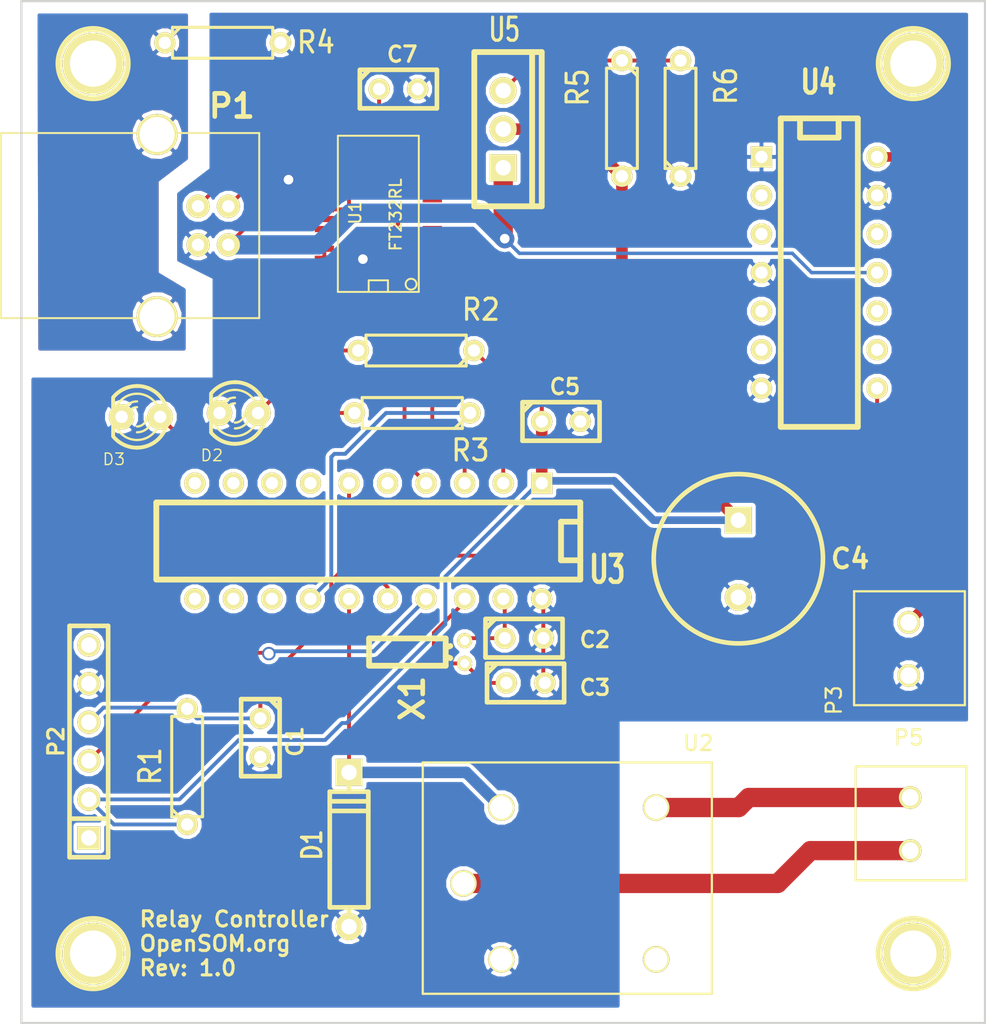
<source format=kicad_pcb>
(kicad_pcb (version 3) (host pcbnew "(2012-12-25 BZR 3701)-testing")

  (general
    (links 61)
    (no_connects 0)
    (area 123.7996 147.244999 191.845001 214.705001)
    (thickness 1.6)
    (drawings 5)
    (tracks 140)
    (zones 0)
    (modules 29)
    (nets 24)
  )

  (page A3)
  (layers
    (15 F.Cu signal)
    (0 B.Cu signal)
    (16 B.Adhes user)
    (17 F.Adhes user)
    (18 B.Paste user)
    (19 F.Paste user)
    (20 B.SilkS user)
    (21 F.SilkS user)
    (22 B.Mask user)
    (23 F.Mask user)
    (24 Dwgs.User user)
    (25 Cmts.User user)
    (26 Eco1.User user)
    (27 Eco2.User user)
    (28 Edge.Cuts user)
  )

  (setup
    (last_trace_width 0.2286)
    (user_trace_width 0.2286)
    (user_trace_width 0.381)
    (user_trace_width 0.508)
    (user_trace_width 0.635)
    (user_trace_width 0.762)
    (user_trace_width 1.27)
    (trace_clearance 0.254)
    (zone_clearance 0.254)
    (zone_45_only no)
    (trace_min 0.2159)
    (segment_width 0.2)
    (edge_width 0.15)
    (via_size 0.889)
    (via_drill 0.635)
    (via_min_size 0.889)
    (via_min_drill 0.508)
    (uvia_size 0.508)
    (uvia_drill 0.127)
    (uvias_allowed no)
    (uvia_min_size 0.508)
    (uvia_min_drill 0.127)
    (pcb_text_width 0.3)
    (pcb_text_size 1 1)
    (mod_edge_width 0.15)
    (mod_text_size 1 1)
    (mod_text_width 0.15)
    (pad_size 0.381 1.27)
    (pad_drill 0)
    (pad_to_mask_clearance 0)
    (aux_axis_origin 0 0)
    (visible_elements FFFFFFBF)
    (pcbplotparams
      (layerselection 284196865)
      (usegerberextensions true)
      (excludeedgelayer true)
      (linewidth 203200)
      (plotframeref false)
      (viasonmask false)
      (mode 1)
      (useauxorigin false)
      (hpglpennumber 1)
      (hpglpenspeed 20)
      (hpglpendiameter 15)
      (hpglpenoverlay 2)
      (psnegative false)
      (psa4output false)
      (plotreference true)
      (plotvalue true)
      (plotothertext true)
      (plotinvisibletext false)
      (padsonsilk false)
      (subtractmaskfromsilk false)
      (outputformat 1)
      (mirror false)
      (drillshape 0)
      (scaleselection 1)
      (outputdirectory gerbers/))
  )

  (net 0 "")
  (net 1 +3.3V)
  (net 2 /ESD_RING)
  (net 3 /P1.0)
  (net 4 /P1.6)
  (net 5 /RX)
  (net 6 /TCK)
  (net 7 /TDIO)
  (net 8 /TEMP)
  (net 9 /THERMOCOUPLE-)
  (net 10 /TX)
  (net 11 /USB_DM)
  (net 12 /USB_DP)
  (net 13 /VBUS)
  (net 14 /XIN)
  (net 15 /XOUT)
  (net 16 /relay)
  (net 17 GND)
  (net 18 N-0000041)
  (net 19 N-0000042)
  (net 20 N-0000044)
  (net 21 N-0000045)
  (net 22 N-0000049)
  (net 23 N-0000052)

  (net_class Default "This is the default net class."
    (clearance 0.254)
    (trace_width 0.254)
    (via_dia 0.889)
    (via_drill 0.635)
    (uvia_dia 0.508)
    (uvia_drill 0.127)
    (add_net "")
    (add_net +3.3V)
    (add_net /ESD_RING)
    (add_net /P1.0)
    (add_net /P1.6)
    (add_net /RX)
    (add_net /TCK)
    (add_net /TDIO)
    (add_net /TEMP)
    (add_net /THERMOCOUPLE-)
    (add_net /TX)
    (add_net /USB_DM)
    (add_net /USB_DP)
    (add_net /VBUS)
    (add_net /XIN)
    (add_net /XOUT)
    (add_net /relay)
    (add_net GND)
    (add_net N-0000041)
    (add_net N-0000042)
    (add_net N-0000044)
    (add_net N-0000045)
    (add_net N-0000049)
    (add_net N-0000052)
  )

  (module term-2 (layer F.Cu) (tedit 510472CE) (tstamp 51041EAD)
    (at 186.7408 189.992 90)
    (path /51030E84)
    (fp_text reference P3 (at -3.3782 -4.9276 90) (layer F.SilkS)
      (effects (font (size 1 1) (thickness 0.15)))
    )
    (fp_text value CONN_2 (at -5.7658 -8.128 90) (layer F.SilkS) hide
      (effects (font (size 1 1) (thickness 0.15)))
    )
    (fp_line (start -3.7 3.7) (end 3.8 3.7) (layer F.SilkS) (width 0.15))
    (fp_line (start 3.8 3.7) (end 3.8 -3.6) (layer F.SilkS) (width 0.15))
    (fp_line (start 3.8 -3.6) (end -3.7 -3.6) (layer F.SilkS) (width 0.15))
    (fp_line (start -3.7 -3.6) (end -3.7 3.7) (layer F.SilkS) (width 0.15))
    (pad 2 thru_hole circle (at 1.75 0 90) (size 1.5 1.5) (drill 1.1)
      (layers *.Cu *.Mask F.SilkS)
      (net 9 /THERMOCOUPLE-)
    )
    (pad 1 thru_hole circle (at -1.75 0 90) (size 1.5 1.5) (drill 1.1)
      (layers *.Cu *.Mask F.SilkS)
      (net 17 GND)
    )
    (model 1751248.wrl
      (at (xyz 0 0 0))
      (scale (xyz 0.3937 0.3937 0.3937))
      (rotate (xyz -90 0 90))
    )
  )

  (module DIP-14__300 (layer F.Cu) (tedit 50FB8D0E) (tstamp 50F60318)
    (at 180.848 165.2016 270)
    (descr "14 pins DIL package, round pads")
    (tags DIL)
    (path /50F48F9E)
    (fp_text reference U4 (at -12.5476 0.0508 360) (layer F.SilkS)
      (effects (font (size 1.524 1.143) (thickness 0.28575)))
    )
    (fp_text value AD594/95 (at 1.27 1.27 270) (layer F.SilkS) hide
      (effects (font (size 1.524 1.143) (thickness 0.28575)))
    )
    (fp_line (start -10.16 -2.54) (end 10.16 -2.54) (layer F.SilkS) (width 0.381))
    (fp_line (start 10.16 2.54) (end -10.16 2.54) (layer F.SilkS) (width 0.381))
    (fp_line (start -10.16 2.54) (end -10.16 -2.54) (layer F.SilkS) (width 0.381))
    (fp_line (start -10.16 -1.27) (end -8.89 -1.27) (layer F.SilkS) (width 0.381))
    (fp_line (start -8.89 -1.27) (end -8.89 1.27) (layer F.SilkS) (width 0.381))
    (fp_line (start -8.89 1.27) (end -10.16 1.27) (layer F.SilkS) (width 0.381))
    (fp_line (start 10.16 -2.54) (end 10.16 2.54) (layer F.SilkS) (width 0.381))
    (pad 1 thru_hole rect (at -7.62 3.81 270) (size 1.397 1.397) (drill 0.8128)
      (layers *.Cu *.Mask F.SilkS)
      (net 17 GND)
    )
    (pad 2 thru_hole circle (at -5.08 3.81 270) (size 1.397 1.397) (drill 0.8128)
      (layers *.Cu *.Mask F.SilkS)
    )
    (pad 3 thru_hole circle (at -2.54 3.81 270) (size 1.397 1.397) (drill 0.8128)
      (layers *.Cu *.Mask F.SilkS)
    )
    (pad 4 thru_hole circle (at 0 3.81 270) (size 1.397 1.397) (drill 0.8128)
      (layers *.Cu *.Mask F.SilkS)
      (net 17 GND)
    )
    (pad 5 thru_hole circle (at 2.54 3.81 270) (size 1.397 1.397) (drill 0.8128)
      (layers *.Cu *.Mask F.SilkS)
    )
    (pad 6 thru_hole circle (at 5.08 3.81 270) (size 1.397 1.397) (drill 0.8128)
      (layers *.Cu *.Mask F.SilkS)
    )
    (pad 7 thru_hole circle (at 7.62 3.81 270) (size 1.397 1.397) (drill 0.8128)
      (layers *.Cu *.Mask F.SilkS)
      (net 17 GND)
    )
    (pad 8 thru_hole circle (at 7.62 -3.81 270) (size 1.397 1.397) (drill 0.8128)
      (layers *.Cu *.Mask F.SilkS)
      (net 8 /TEMP)
    )
    (pad 9 thru_hole circle (at 5.08 -3.81 270) (size 1.397 1.397) (drill 0.8128)
      (layers *.Cu *.Mask F.SilkS)
    )
    (pad 10 thru_hole circle (at 2.54 -3.81 270) (size 1.397 1.397) (drill 0.8128)
      (layers *.Cu *.Mask F.SilkS)
    )
    (pad 11 thru_hole circle (at 0 -3.81 270) (size 1.397 1.397) (drill 0.8128)
      (layers *.Cu *.Mask F.SilkS)
      (net 13 /VBUS)
    )
    (pad 12 thru_hole circle (at -2.54 -3.81 270) (size 1.397 1.397) (drill 0.8128)
      (layers *.Cu *.Mask F.SilkS)
    )
    (pad 13 thru_hole circle (at -5.08 -3.81 270) (size 1.397 1.397) (drill 0.8128)
      (layers *.Cu *.Mask F.SilkS)
      (net 17 GND)
    )
    (pad 14 thru_hole circle (at -7.62 -3.81 270) (size 1.397 1.397) (drill 0.8128)
      (layers *.Cu *.Mask F.SilkS)
      (net 9 /THERMOCOUPLE-)
    )
    (model dil/dil_14.wrl
      (at (xyz 0 0 0))
      (scale (xyz 1 1 1))
      (rotate (xyz 0 0 0))
    )
  )

  (module D4 (layer F.Cu) (tedit 50FB8C8D) (tstamp 50F74BD4)
    (at 149.86 203.2 90)
    (descr "Diode 4 pas")
    (tags "DIODE DEV")
    (path /50F49E25)
    (fp_text reference D1 (at 0.3048 -2.4384 90) (layer F.SilkS)
      (effects (font (size 1.27 1.016) (thickness 0.2032)))
    )
    (fp_text value DIODE (at 0 0 90) (layer F.SilkS) hide
      (effects (font (size 1.27 1.016) (thickness 0.2032)))
    )
    (fp_line (start -3.81 -1.27) (end 3.81 -1.27) (layer F.SilkS) (width 0.3048))
    (fp_line (start 3.81 -1.27) (end 3.81 1.27) (layer F.SilkS) (width 0.3048))
    (fp_line (start 3.81 1.27) (end -3.81 1.27) (layer F.SilkS) (width 0.3048))
    (fp_line (start -3.81 1.27) (end -3.81 -1.27) (layer F.SilkS) (width 0.3048))
    (fp_line (start 3.175 -1.27) (end 3.175 1.27) (layer F.SilkS) (width 0.3048))
    (fp_line (start 2.54 1.27) (end 2.54 -1.27) (layer F.SilkS) (width 0.3048))
    (fp_line (start -3.81 0) (end -5.08 0) (layer F.SilkS) (width 0.3048))
    (fp_line (start 3.81 0) (end 5.08 0) (layer F.SilkS) (width 0.3048))
    (pad 1 thru_hole circle (at -5.08 0 90) (size 1.778 1.778) (drill 1.016)
      (layers *.Cu *.Mask F.SilkS)
      (net 17 GND)
    )
    (pad 2 thru_hole rect (at 5.08 0 90) (size 1.778 1.778) (drill 1.016)
      (layers *.Cu *.Mask F.SilkS)
      (net 16 /relay)
    )
    (model discret/diode.wrl
      (at (xyz 0 0 0))
      (scale (xyz 0.4 0.4 0.4))
      (rotate (xyz 0 0 0))
    )
  )

  (module 255-3100-ND (layer F.Cu) (tedit 51009BCE) (tstamp 50FAC230)
    (at 164.9984 205.3844)
    (path /50F4AC02)
    (fp_text reference U2 (at 7.874 -9.1948) (layer F.SilkS)
      (effects (font (size 1 1) (thickness 0.15)))
    )
    (fp_text value 255-3100-ND (at 0 -10.16) (layer F.SilkS) hide
      (effects (font (size 1 1) (thickness 0.15)))
    )
    (fp_line (start 8.77 7.32) (end 8.77 -7.92) (layer F.SilkS) (width 0.15))
    (fp_line (start 8.77 -7.92) (end -10.28 -7.92) (layer F.SilkS) (width 0.15))
    (fp_line (start -10.28 -7.92) (end -10.28 7.32) (layer F.SilkS) (width 0.15))
    (fp_line (start -10.28 7.32) (end 8.77 7.32) (layer F.SilkS) (width 0.15))
    (pad NC thru_hole circle (at 5.1 5.05) (size 1.7526 1.7526) (drill 1.4986)
      (layers *.Cu *.Mask F.SilkS)
    )
    (pad NO thru_hole circle (at 5.1 -4.95) (size 1.7526 1.7526) (drill 1.4986)
      (layers *.Cu *.Mask F.SilkS)
      (net 20 N-0000044)
    )
    (pad 1 thru_hole circle (at -5.1 -4.95) (size 1.7526 1.7526) (drill 1.4986)
      (layers *.Cu *.Mask F.SilkS)
      (net 16 /relay)
    )
    (pad 2 thru_hole circle (at -5.1 5.05) (size 1.7526 1.7526) (drill 1.4986)
      (layers *.Cu *.Mask B.Adhes F.SilkS)
      (net 17 GND)
    )
    (pad C thru_hole circle (at -7.6 0.05) (size 1.7526 1.7526) (drill 1.4986)
      (layers *.Cu *.Mask F.SilkS)
      (net 21 N-0000045)
    )
    (model 255-3100-ND.wrl
      (at (xyz 0 0 0))
      (scale (xyz 0.3937 0.3937 0.3937))
      (rotate (xyz -90 0 90))
    )
  )

  (module DIP-20__300 (layer F.Cu) (tedit 51009BA3) (tstamp 50F760F7)
    (at 151.13 182.88 180)
    (descr "20 pins DIL package, round pads")
    (tags DIL)
    (path /50F7583A)
    (fp_text reference U3 (at -15.748 -1.8796 180) (layer F.SilkS)
      (effects (font (size 1.778 1.143) (thickness 0.3048)))
    )
    (fp_text value MSP430G2553IPW20 (at 6.35 1.27 180) (layer F.SilkS) hide
      (effects (font (size 1.778 1.143) (thickness 0.28575)))
    )
    (fp_line (start -13.97 -1.27) (end -12.7 -1.27) (layer F.SilkS) (width 0.381))
    (fp_line (start -12.7 -1.27) (end -12.7 1.27) (layer F.SilkS) (width 0.381))
    (fp_line (start -12.7 1.27) (end -13.97 1.27) (layer F.SilkS) (width 0.381))
    (fp_line (start -13.97 -2.54) (end 13.97 -2.54) (layer F.SilkS) (width 0.381))
    (fp_line (start 13.97 -2.54) (end 13.97 2.54) (layer F.SilkS) (width 0.381))
    (fp_line (start 13.97 2.54) (end -13.97 2.54) (layer F.SilkS) (width 0.381))
    (fp_line (start -13.97 2.54) (end -13.97 -2.54) (layer F.SilkS) (width 0.381))
    (pad 1 thru_hole rect (at -11.43 3.81 180) (size 1.397 1.397) (drill 0.8128)
      (layers *.Cu *.Mask F.SilkS)
      (net 1 +3.3V)
    )
    (pad 2 thru_hole circle (at -8.89 3.81 180) (size 1.397 1.397) (drill 0.8128)
      (layers *.Cu *.Mask F.SilkS)
      (net 3 /P1.0)
    )
    (pad 3 thru_hole circle (at -6.35 3.81 180) (size 1.397 1.397) (drill 0.8128)
      (layers *.Cu *.Mask F.SilkS)
      (net 5 /RX)
    )
    (pad 4 thru_hole circle (at -3.81 3.81 180) (size 1.397 1.397) (drill 0.8128)
      (layers *.Cu *.Mask F.SilkS)
      (net 10 /TX)
    )
    (pad 5 thru_hole circle (at -1.27 3.81 180) (size 1.397 1.397) (drill 0.8128)
      (layers *.Cu *.Mask F.SilkS)
    )
    (pad 6 thru_hole circle (at 1.27 3.81 180) (size 1.397 1.397) (drill 0.8128)
      (layers *.Cu *.Mask F.SilkS)
      (net 8 /TEMP)
    )
    (pad 7 thru_hole circle (at 3.81 3.81 180) (size 1.397 1.397) (drill 0.8128)
      (layers *.Cu *.Mask F.SilkS)
    )
    (pad 8 thru_hole circle (at 6.35 3.81 180) (size 1.397 1.397) (drill 0.8128)
      (layers *.Cu *.Mask F.SilkS)
    )
    (pad 9 thru_hole circle (at 8.89 3.81 180) (size 1.397 1.397) (drill 0.8128)
      (layers *.Cu *.Mask F.SilkS)
    )
    (pad 10 thru_hole circle (at 11.43 3.81 180) (size 1.397 1.397) (drill 0.8128)
      (layers *.Cu *.Mask F.SilkS)
    )
    (pad 11 thru_hole circle (at 11.43 -3.81 180) (size 1.397 1.397) (drill 0.8128)
      (layers *.Cu *.Mask F.SilkS)
    )
    (pad 12 thru_hole circle (at 8.89 -3.81 180) (size 1.397 1.397) (drill 0.8128)
      (layers *.Cu *.Mask F.SilkS)
    )
    (pad 13 thru_hole circle (at 6.35 -3.81 180) (size 1.397 1.397) (drill 0.8128)
      (layers *.Cu *.Mask F.SilkS)
    )
    (pad 14 thru_hole circle (at 3.81 -3.81 180) (size 1.397 1.397) (drill 0.8128)
      (layers *.Cu *.Mask F.SilkS)
      (net 4 /P1.6)
    )
    (pad 15 thru_hole circle (at 1.27 -3.81 180) (size 1.397 1.397) (drill 0.8128)
      (layers *.Cu *.Mask F.SilkS)
      (net 16 /relay)
    )
    (pad 16 thru_hole circle (at -1.27 -3.81 180) (size 1.397 1.397) (drill 0.8128)
      (layers *.Cu *.Mask F.SilkS)
      (net 6 /TCK)
    )
    (pad 17 thru_hole circle (at -3.81 -3.81 180) (size 1.397 1.397) (drill 0.8128)
      (layers *.Cu *.Mask F.SilkS)
      (net 7 /TDIO)
    )
    (pad 18 thru_hole circle (at -6.35 -3.81 180) (size 1.397 1.397) (drill 0.8128)
      (layers *.Cu *.Mask F.SilkS)
      (net 15 /XOUT)
    )
    (pad 19 thru_hole circle (at -8.89 -3.81 180) (size 1.397 1.397) (drill 0.8128)
      (layers *.Cu *.Mask F.SilkS)
      (net 14 /XIN)
    )
    (pad 20 thru_hole circle (at -11.43 -3.81 180) (size 1.397 1.397) (drill 0.8128)
      (layers *.Cu *.Mask F.SilkS)
      (net 17 GND)
    )
    (model dil/dil_20.wrl
      (at (xyz 0 0 0))
      (scale (xyz 1 1 1))
      (rotate (xyz 0 0 0))
    )
  )

  (module R3 (layer F.Cu) (tedit 50FB8C83) (tstamp 50FB89CC)
    (at 139.192 197.739 90)
    (descr "Resitance 3 pas")
    (tags R)
    (path /50FB89E1)
    (autoplace_cost180 10)
    (fp_text reference R1 (at 0.0254 -2.4384 90) (layer F.SilkS)
      (effects (font (size 1.397 1.27) (thickness 0.2032)))
    )
    (fp_text value 47K (at 0 0.127 90) (layer F.SilkS) hide
      (effects (font (size 1.397 1.27) (thickness 0.2032)))
    )
    (fp_line (start -3.81 0) (end -3.302 0) (layer F.SilkS) (width 0.2032))
    (fp_line (start 3.81 0) (end 3.302 0) (layer F.SilkS) (width 0.2032))
    (fp_line (start 3.302 0) (end 3.302 -1.016) (layer F.SilkS) (width 0.2032))
    (fp_line (start 3.302 -1.016) (end -3.302 -1.016) (layer F.SilkS) (width 0.2032))
    (fp_line (start -3.302 -1.016) (end -3.302 1.016) (layer F.SilkS) (width 0.2032))
    (fp_line (start -3.302 1.016) (end 3.302 1.016) (layer F.SilkS) (width 0.2032))
    (fp_line (start 3.302 1.016) (end 3.302 0) (layer F.SilkS) (width 0.2032))
    (fp_line (start -3.302 -0.508) (end -2.794 -1.016) (layer F.SilkS) (width 0.2032))
    (pad 1 thru_hole circle (at -3.81 0 90) (size 1.397 1.397) (drill 0.8128)
      (layers *.Cu *.Mask F.SilkS)
      (net 1 +3.3V)
    )
    (pad 2 thru_hole circle (at 3.81 0 90) (size 1.397 1.397) (drill 0.8128)
      (layers *.Cu *.Mask F.SilkS)
      (net 6 /TCK)
    )
    (model discret/resistor.wrl
      (at (xyz 0 0 0))
      (scale (xyz 0.3 0.3 0.3))
      (rotate (xyz 0 0 0))
    )
  )

  (module PIN_ARRAY-6X1 (layer F.Cu) (tedit 41402119) (tstamp 50FB89DB)
    (at 132.715 196.088 90)
    (descr "Connecteur 6 pins")
    (tags "CONN DEV")
    (path /50FB8525)
    (fp_text reference P2 (at 0 -2.159 90) (layer F.SilkS)
      (effects (font (size 1.016 1.016) (thickness 0.2032)))
    )
    (fp_text value CONN_6 (at 0 2.159 90) (layer F.SilkS) hide
      (effects (font (size 1.016 0.889) (thickness 0.2032)))
    )
    (fp_line (start -7.62 1.27) (end -7.62 -1.27) (layer F.SilkS) (width 0.3048))
    (fp_line (start -7.62 -1.27) (end 7.62 -1.27) (layer F.SilkS) (width 0.3048))
    (fp_line (start 7.62 -1.27) (end 7.62 1.27) (layer F.SilkS) (width 0.3048))
    (fp_line (start 7.62 1.27) (end -7.62 1.27) (layer F.SilkS) (width 0.3048))
    (fp_line (start -5.08 1.27) (end -5.08 -1.27) (layer F.SilkS) (width 0.3048))
    (pad 1 thru_hole rect (at -6.35 0 90) (size 1.524 1.524) (drill 1.016)
      (layers *.Cu *.Mask F.SilkS)
    )
    (pad 2 thru_hole circle (at -3.81 0 90) (size 1.524 1.524) (drill 1.016)
      (layers *.Cu *.Mask F.SilkS)
      (net 1 +3.3V)
    )
    (pad 3 thru_hole circle (at -1.27 0 90) (size 1.524 1.524) (drill 1.016)
      (layers *.Cu *.Mask F.SilkS)
      (net 7 /TDIO)
    )
    (pad 4 thru_hole circle (at 1.27 0 90) (size 1.524 1.524) (drill 1.016)
      (layers *.Cu *.Mask F.SilkS)
      (net 6 /TCK)
    )
    (pad 5 thru_hole circle (at 3.81 0 90) (size 1.524 1.524) (drill 1.016)
      (layers *.Cu *.Mask F.SilkS)
      (net 17 GND)
    )
    (pad 6 thru_hole circle (at 6.35 0 90) (size 1.524 1.524) (drill 1.016)
      (layers *.Cu *.Mask F.SilkS)
    )
    (model pin_array/pins_array_6x1.wrl
      (at (xyz 0 0 0))
      (scale (xyz 1 1 1))
      (rotate (xyz 0 0 0))
    )
  )

  (module C1 (layer F.Cu) (tedit 3F92C496) (tstamp 50FB89E6)
    (at 144.018 195.834 270)
    (descr "Condensateur e = 1 pas")
    (tags C)
    (path /50FB8DFC)
    (fp_text reference C1 (at 0.254 -2.286 270) (layer F.SilkS)
      (effects (font (size 1.016 1.016) (thickness 0.2032)))
    )
    (fp_text value 1nF (at 0 -2.286 270) (layer F.SilkS) hide
      (effects (font (size 1.016 1.016) (thickness 0.2032)))
    )
    (fp_line (start -2.4892 -1.27) (end 2.54 -1.27) (layer F.SilkS) (width 0.3048))
    (fp_line (start 2.54 -1.27) (end 2.54 1.27) (layer F.SilkS) (width 0.3048))
    (fp_line (start 2.54 1.27) (end -2.54 1.27) (layer F.SilkS) (width 0.3048))
    (fp_line (start -2.54 1.27) (end -2.54 -1.27) (layer F.SilkS) (width 0.3048))
    (fp_line (start -2.54 -0.635) (end -1.905 -1.27) (layer F.SilkS) (width 0.3048))
    (pad 1 thru_hole circle (at -1.27 0 270) (size 1.397 1.397) (drill 0.8128)
      (layers *.Cu *.Mask F.SilkS)
      (net 6 /TCK)
    )
    (pad 2 thru_hole circle (at 1.27 0 270) (size 1.397 1.397) (drill 0.8128)
      (layers *.Cu *.Mask F.SilkS)
      (net 17 GND)
    )
    (model discret/capa_1_pas.wrl
      (at (xyz 0 0 0))
      (scale (xyz 1 1 1))
      (rotate (xyz 0 0 0))
    )
  )

  (module C1 (layer F.Cu) (tedit 51009BA8) (tstamp 50FB89F1)
    (at 161.3916 189.2808)
    (descr "Condensateur e = 1 pas")
    (tags C)
    (path /50FB9351)
    (fp_text reference C2 (at 4.6736 0.1016) (layer F.SilkS)
      (effects (font (size 1.016 1.016) (thickness 0.2032)))
    )
    (fp_text value 12pF (at 0 -2.286) (layer F.SilkS) hide
      (effects (font (size 1.016 1.016) (thickness 0.2032)))
    )
    (fp_line (start -2.4892 -1.27) (end 2.54 -1.27) (layer F.SilkS) (width 0.3048))
    (fp_line (start 2.54 -1.27) (end 2.54 1.27) (layer F.SilkS) (width 0.3048))
    (fp_line (start 2.54 1.27) (end -2.54 1.27) (layer F.SilkS) (width 0.3048))
    (fp_line (start -2.54 1.27) (end -2.54 -1.27) (layer F.SilkS) (width 0.3048))
    (fp_line (start -2.54 -0.635) (end -1.905 -1.27) (layer F.SilkS) (width 0.3048))
    (pad 1 thru_hole circle (at -1.27 0) (size 1.397 1.397) (drill 0.8128)
      (layers *.Cu *.Mask F.SilkS)
      (net 14 /XIN)
    )
    (pad 2 thru_hole circle (at 1.27 0) (size 1.397 1.397) (drill 0.8128)
      (layers *.Cu *.Mask F.SilkS)
      (net 17 GND)
    )
    (model discret/capa_1_pas.wrl
      (at (xyz 0 0 0))
      (scale (xyz 1 1 1))
      (rotate (xyz 0 0 0))
    )
  )

  (module C1 (layer F.Cu) (tedit 51009BAD) (tstamp 50FB89FC)
    (at 161.4932 192.2272)
    (descr "Condensateur e = 1 pas")
    (tags C)
    (path /50FB9357)
    (fp_text reference C3 (at 4.572 0.3048) (layer F.SilkS)
      (effects (font (size 1.016 1.016) (thickness 0.2032)))
    )
    (fp_text value 12pF (at 0 -2.286) (layer F.SilkS) hide
      (effects (font (size 1.016 1.016) (thickness 0.2032)))
    )
    (fp_line (start -2.4892 -1.27) (end 2.54 -1.27) (layer F.SilkS) (width 0.3048))
    (fp_line (start 2.54 -1.27) (end 2.54 1.27) (layer F.SilkS) (width 0.3048))
    (fp_line (start 2.54 1.27) (end -2.54 1.27) (layer F.SilkS) (width 0.3048))
    (fp_line (start -2.54 1.27) (end -2.54 -1.27) (layer F.SilkS) (width 0.3048))
    (fp_line (start -2.54 -0.635) (end -1.905 -1.27) (layer F.SilkS) (width 0.3048))
    (pad 1 thru_hole circle (at -1.27 0) (size 1.397 1.397) (drill 0.8128)
      (layers *.Cu *.Mask F.SilkS)
      (net 15 /XOUT)
    )
    (pad 2 thru_hole circle (at 1.27 0) (size 1.397 1.397) (drill 0.8128)
      (layers *.Cu *.Mask F.SilkS)
      (net 17 GND)
    )
    (model discret/capa_1_pas.wrl
      (at (xyz 0 0 0))
      (scale (xyz 1 1 1))
      (rotate (xyz 0 0 0))
    )
  )

  (module Crystal_Round_Horizontal_2mm_RevA_25Apr2012 (layer F.Cu) (tedit 51009C57) (tstamp 5104D366)
    (at 157.48 190.1952 90)
    (descr "Crystal, Quarz, Rundgehaeuse, round, horizontal, liegend, Uhrenquarz, Diam. 2mm,")
    (tags "Crystal, Quarz, Rundgehaeuse, round, horizontal, liegend, Uhrenquarz, Diam. 2mm,")
    (path /50FB9344)
    (fp_text reference X1 (at -3.048 -3.4544 90) (layer F.SilkS)
      (effects (font (size 1.524 1.524) (thickness 0.3048)))
    )
    (fp_text value CRYSTAL (at 0 3.81 90) (layer F.SilkS) hide
      (effects (font (size 1.524 1.524) (thickness 0.3048)))
    )
    (fp_line (start -0.29972 -1.24968) (end -0.39878 -0.94996) (layer F.SilkS) (width 0.381))
    (fp_line (start 0.29972 -1.24968) (end 0.39878 -0.94996) (layer F.SilkS) (width 0.381))
    (fp_line (start 0.89916 -1.24968) (end 0.89916 -6.2992) (layer F.SilkS) (width 0.381))
    (fp_line (start 0.89916 -6.2992) (end -0.89916 -6.2992) (layer F.SilkS) (width 0.381))
    (fp_line (start -0.89916 -6.2992) (end -0.89916 -1.24968) (layer F.SilkS) (width 0.381))
    (fp_line (start 0.89916 -1.24968) (end -0.89916 -1.24968) (layer F.SilkS) (width 0.381))
    (pad 1 thru_hole circle (at -0.7493 0 90) (size 1.00076 1.00076) (drill 0.59944)
      (layers *.Cu *.Mask F.SilkS)
      (net 15 /XOUT)
    )
    (pad 2 thru_hole circle (at 0.7493 0 90) (size 1.00076 1.00076) (drill 0.59944)
      (layers *.Cu *.Mask F.SilkS)
      (net 14 /XIN)
    )
  )

  (module R3 (layer F.Cu) (tedit 51047337) (tstamp 50FF376E)
    (at 154.2796 170.3324 180)
    (descr "Resitance 3 pas")
    (tags R)
    (path /50FC1D77)
    (autoplace_cost180 10)
    (fp_text reference R2 (at -4.2672 2.6924 180) (layer F.SilkS)
      (effects (font (size 1.397 1.27) (thickness 0.2032)))
    )
    (fp_text value 270 (at 0 0.127 180) (layer F.SilkS) hide
      (effects (font (size 1.397 1.27) (thickness 0.2032)))
    )
    (fp_line (start -3.81 0) (end -3.302 0) (layer F.SilkS) (width 0.2032))
    (fp_line (start 3.81 0) (end 3.302 0) (layer F.SilkS) (width 0.2032))
    (fp_line (start 3.302 0) (end 3.302 -1.016) (layer F.SilkS) (width 0.2032))
    (fp_line (start 3.302 -1.016) (end -3.302 -1.016) (layer F.SilkS) (width 0.2032))
    (fp_line (start -3.302 -1.016) (end -3.302 1.016) (layer F.SilkS) (width 0.2032))
    (fp_line (start -3.302 1.016) (end 3.302 1.016) (layer F.SilkS) (width 0.2032))
    (fp_line (start 3.302 1.016) (end 3.302 0) (layer F.SilkS) (width 0.2032))
    (fp_line (start -3.302 -0.508) (end -2.794 -1.016) (layer F.SilkS) (width 0.2032))
    (pad 1 thru_hole circle (at -3.81 0 180) (size 1.397 1.397) (drill 0.8128)
      (layers *.Cu *.Mask F.SilkS)
      (net 3 /P1.0)
    )
    (pad 2 thru_hole circle (at 3.81 0 180) (size 1.397 1.397) (drill 0.8128)
      (layers *.Cu *.Mask F.SilkS)
      (net 22 N-0000049)
    )
    (model discret/resistor.wrl
      (at (xyz 0 0 0))
      (scale (xyz 0.3 0.3 0.3))
      (rotate (xyz 0 0 0))
    )
  )

  (module R3 (layer F.Cu) (tedit 51047351) (tstamp 50FF377C)
    (at 154.0256 174.4472 180)
    (descr "Resitance 3 pas")
    (tags R)
    (path /50FC1D9D)
    (autoplace_cost180 10)
    (fp_text reference R3 (at -3.8354 -2.4638 180) (layer F.SilkS)
      (effects (font (size 1.397 1.27) (thickness 0.2032)))
    )
    (fp_text value 270 (at 0 0.127 180) (layer F.SilkS) hide
      (effects (font (size 1.397 1.27) (thickness 0.2032)))
    )
    (fp_line (start -3.81 0) (end -3.302 0) (layer F.SilkS) (width 0.2032))
    (fp_line (start 3.81 0) (end 3.302 0) (layer F.SilkS) (width 0.2032))
    (fp_line (start 3.302 0) (end 3.302 -1.016) (layer F.SilkS) (width 0.2032))
    (fp_line (start 3.302 -1.016) (end -3.302 -1.016) (layer F.SilkS) (width 0.2032))
    (fp_line (start -3.302 -1.016) (end -3.302 1.016) (layer F.SilkS) (width 0.2032))
    (fp_line (start -3.302 1.016) (end 3.302 1.016) (layer F.SilkS) (width 0.2032))
    (fp_line (start 3.302 1.016) (end 3.302 0) (layer F.SilkS) (width 0.2032))
    (fp_line (start -3.302 -0.508) (end -2.794 -1.016) (layer F.SilkS) (width 0.2032))
    (pad 1 thru_hole circle (at -3.81 0 180) (size 1.397 1.397) (drill 0.8128)
      (layers *.Cu *.Mask F.SilkS)
      (net 4 /P1.6)
    )
    (pad 2 thru_hole circle (at 3.81 0 180) (size 1.397 1.397) (drill 0.8128)
      (layers *.Cu *.Mask F.SilkS)
      (net 23 N-0000052)
    )
    (model discret/resistor.wrl
      (at (xyz 0 0 0))
      (scale (xyz 0.3 0.3 0.3))
      (rotate (xyz 0 0 0))
    )
  )

  (module LED-3MM (layer F.Cu) (tedit 51009BBE) (tstamp 50FF37A7)
    (at 142.5956 174.4472 180)
    (descr "LED 3mm - Lead pitch 100mil (2,54mm)")
    (tags "LED led 3mm 3MM 100mil 2,54mm")
    (path /50FC1D40)
    (fp_text reference D2 (at 1.778 -2.794 180) (layer F.SilkS)
      (effects (font (size 0.762 0.762) (thickness 0.0889)))
    )
    (fp_text value LED (at 0 2.54 180) (layer F.SilkS) hide
      (effects (font (size 0.762 0.762) (thickness 0.0889)))
    )
    (fp_line (start 1.8288 1.27) (end 1.8288 -1.27) (layer F.SilkS) (width 0.254))
    (fp_arc (start 0.254 0) (end -1.27 0) (angle 39.8) (layer F.SilkS) (width 0.1524))
    (fp_arc (start 0.254 0) (end -0.88392 1.01092) (angle 41.6) (layer F.SilkS) (width 0.1524))
    (fp_arc (start 0.254 0) (end 1.4097 -0.9906) (angle 40.6) (layer F.SilkS) (width 0.1524))
    (fp_arc (start 0.254 0) (end 1.778 0) (angle 39.8) (layer F.SilkS) (width 0.1524))
    (fp_arc (start 0.254 0) (end 0.254 -1.524) (angle 54.4) (layer F.SilkS) (width 0.1524))
    (fp_arc (start 0.254 0) (end -0.9652 -0.9144) (angle 53.1) (layer F.SilkS) (width 0.1524))
    (fp_arc (start 0.254 0) (end 1.45542 0.93472) (angle 52.1) (layer F.SilkS) (width 0.1524))
    (fp_arc (start 0.254 0) (end 0.254 1.524) (angle 52.1) (layer F.SilkS) (width 0.1524))
    (fp_arc (start 0.254 0) (end -0.381 0) (angle 90) (layer F.SilkS) (width 0.1524))
    (fp_arc (start 0.254 0) (end -0.762 0) (angle 90) (layer F.SilkS) (width 0.1524))
    (fp_arc (start 0.254 0) (end 0.889 0) (angle 90) (layer F.SilkS) (width 0.1524))
    (fp_arc (start 0.254 0) (end 1.27 0) (angle 90) (layer F.SilkS) (width 0.1524))
    (fp_arc (start 0.254 0) (end 0.254 -2.032) (angle 50.1) (layer F.SilkS) (width 0.254))
    (fp_arc (start 0.254 0) (end -1.5367 -0.95504) (angle 61.9) (layer F.SilkS) (width 0.254))
    (fp_arc (start 0.254 0) (end 1.8034 1.31064) (angle 49.7) (layer F.SilkS) (width 0.254))
    (fp_arc (start 0.254 0) (end 0.254 2.032) (angle 60.2) (layer F.SilkS) (width 0.254))
    (fp_arc (start 0.254 0) (end -1.778 0) (angle 28.3) (layer F.SilkS) (width 0.254))
    (fp_arc (start 0.254 0) (end -1.47574 1.06426) (angle 31.6) (layer F.SilkS) (width 0.254))
    (pad 1 thru_hole circle (at -1.27 0 180) (size 1.6764 1.6764) (drill 0.8128)
      (layers *.Cu *.Mask F.SilkS)
      (net 22 N-0000049)
    )
    (pad 2 thru_hole circle (at 1.27 0 180) (size 1.6764 1.6764) (drill 0.8128)
      (layers *.Cu *.Mask F.SilkS)
      (net 17 GND)
    )
    (model discret/leds/led3_vertical_verde.wrl
      (at (xyz 0 0 0))
      (scale (xyz 1 1 1))
      (rotate (xyz 0 0 0))
    )
  )

  (module LED-3MM (layer F.Cu) (tedit 51009BB6) (tstamp 50FF37C0)
    (at 136.144 174.7012 180)
    (descr "LED 3mm - Lead pitch 100mil (2,54mm)")
    (tags "LED led 3mm 3MM 100mil 2,54mm")
    (path /50FC1D4F)
    (fp_text reference D3 (at 1.778 -2.794 180) (layer F.SilkS)
      (effects (font (size 0.762 0.762) (thickness 0.0889)))
    )
    (fp_text value LED (at 0 2.54 180) (layer F.SilkS) hide
      (effects (font (size 0.762 0.762) (thickness 0.0889)))
    )
    (fp_line (start 1.8288 1.27) (end 1.8288 -1.27) (layer F.SilkS) (width 0.254))
    (fp_arc (start 0.254 0) (end -1.27 0) (angle 39.8) (layer F.SilkS) (width 0.1524))
    (fp_arc (start 0.254 0) (end -0.88392 1.01092) (angle 41.6) (layer F.SilkS) (width 0.1524))
    (fp_arc (start 0.254 0) (end 1.4097 -0.9906) (angle 40.6) (layer F.SilkS) (width 0.1524))
    (fp_arc (start 0.254 0) (end 1.778 0) (angle 39.8) (layer F.SilkS) (width 0.1524))
    (fp_arc (start 0.254 0) (end 0.254 -1.524) (angle 54.4) (layer F.SilkS) (width 0.1524))
    (fp_arc (start 0.254 0) (end -0.9652 -0.9144) (angle 53.1) (layer F.SilkS) (width 0.1524))
    (fp_arc (start 0.254 0) (end 1.45542 0.93472) (angle 52.1) (layer F.SilkS) (width 0.1524))
    (fp_arc (start 0.254 0) (end 0.254 1.524) (angle 52.1) (layer F.SilkS) (width 0.1524))
    (fp_arc (start 0.254 0) (end -0.381 0) (angle 90) (layer F.SilkS) (width 0.1524))
    (fp_arc (start 0.254 0) (end -0.762 0) (angle 90) (layer F.SilkS) (width 0.1524))
    (fp_arc (start 0.254 0) (end 0.889 0) (angle 90) (layer F.SilkS) (width 0.1524))
    (fp_arc (start 0.254 0) (end 1.27 0) (angle 90) (layer F.SilkS) (width 0.1524))
    (fp_arc (start 0.254 0) (end 0.254 -2.032) (angle 50.1) (layer F.SilkS) (width 0.254))
    (fp_arc (start 0.254 0) (end -1.5367 -0.95504) (angle 61.9) (layer F.SilkS) (width 0.254))
    (fp_arc (start 0.254 0) (end 1.8034 1.31064) (angle 49.7) (layer F.SilkS) (width 0.254))
    (fp_arc (start 0.254 0) (end 0.254 2.032) (angle 60.2) (layer F.SilkS) (width 0.254))
    (fp_arc (start 0.254 0) (end -1.778 0) (angle 28.3) (layer F.SilkS) (width 0.254))
    (fp_arc (start 0.254 0) (end -1.47574 1.06426) (angle 31.6) (layer F.SilkS) (width 0.254))
    (pad 1 thru_hole circle (at -1.27 0 180) (size 1.6764 1.6764) (drill 0.8128)
      (layers *.Cu *.Mask F.SilkS)
      (net 23 N-0000052)
    )
    (pad 2 thru_hole circle (at 1.27 0 180) (size 1.6764 1.6764) (drill 0.8128)
      (layers *.Cu *.Mask F.SilkS)
      (net 17 GND)
    )
    (model discret/leds/led3_vertical_verde.wrl
      (at (xyz 0 0 0))
      (scale (xyz 1 1 1))
      (rotate (xyz 0 0 0))
    )
  )

  (module C2V10 (layer F.Cu) (tedit 51009B9D) (tstamp 51008852)
    (at 175.514 184.0484 270)
    (descr "Condensateur polarise")
    (tags CP)
    (path /51008DD5)
    (fp_text reference C4 (at 0 -7.366 360) (layer F.SilkS)
      (effects (font (size 1.27 1.27) (thickness 0.254)))
    )
    (fp_text value 10uF (at 0 -2.54 270) (layer F.SilkS) hide
      (effects (font (size 1.27 1.27) (thickness 0.254)))
    )
    (fp_circle (center 0 0) (end 4.826 -2.794) (layer F.SilkS) (width 0.3048))
    (pad 1 thru_hole rect (at -2.54 0 270) (size 1.778 1.778) (drill 1.016)
      (layers *.Cu *.Mask F.SilkS)
      (net 1 +3.3V)
    )
    (pad 2 thru_hole circle (at 2.54 0 270) (size 1.778 1.778) (drill 1.016)
      (layers *.Cu *.Mask F.SilkS)
      (net 17 GND)
    )
    (model discret/c_vert_c2v10.wrl
      (at (xyz 0 0 0))
      (scale (xyz 1 1 1))
      (rotate (xyz 0 0 0))
    )
  )

  (module C1 (layer F.Cu) (tedit 3F92C496) (tstamp 5100885D)
    (at 163.83 175.006)
    (descr "Condensateur e = 1 pas")
    (tags C)
    (path /51008664)
    (fp_text reference C5 (at 0.254 -2.286) (layer F.SilkS)
      (effects (font (size 1.016 1.016) (thickness 0.2032)))
    )
    (fp_text value 100nF (at 0 -2.286) (layer F.SilkS) hide
      (effects (font (size 1.016 1.016) (thickness 0.2032)))
    )
    (fp_line (start -2.4892 -1.27) (end 2.54 -1.27) (layer F.SilkS) (width 0.3048))
    (fp_line (start 2.54 -1.27) (end 2.54 1.27) (layer F.SilkS) (width 0.3048))
    (fp_line (start 2.54 1.27) (end -2.54 1.27) (layer F.SilkS) (width 0.3048))
    (fp_line (start -2.54 1.27) (end -2.54 -1.27) (layer F.SilkS) (width 0.3048))
    (fp_line (start -2.54 -0.635) (end -1.905 -1.27) (layer F.SilkS) (width 0.3048))
    (pad 1 thru_hole circle (at -1.27 0) (size 1.397 1.397) (drill 0.8128)
      (layers *.Cu *.Mask F.SilkS)
      (net 1 +3.3V)
    )
    (pad 2 thru_hole circle (at 1.27 0) (size 1.397 1.397) (drill 0.8128)
      (layers *.Cu *.Mask F.SilkS)
      (net 17 GND)
    )
    (model discret/capa_1_pas.wrl
      (at (xyz 0 0 0))
      (scale (xyz 1 1 1))
      (rotate (xyz 0 0 0))
    )
  )

  (module term-2 (layer F.Cu) (tedit 51009BD9) (tstamp 51009AEB)
    (at 186.8424 201.5236 90)
    (path /5100969B)
    (fp_text reference P5 (at 5.6896 -0.1016 180) (layer F.SilkS)
      (effects (font (size 1 1) (thickness 0.15)))
    )
    (fp_text value CONN_2 (at -5.588 -0.4064 180) (layer F.SilkS) hide
      (effects (font (size 1 1) (thickness 0.15)))
    )
    (fp_line (start -3.7 3.7) (end 3.8 3.7) (layer F.SilkS) (width 0.15))
    (fp_line (start 3.8 3.7) (end 3.8 -3.6) (layer F.SilkS) (width 0.15))
    (fp_line (start 3.8 -3.6) (end -3.7 -3.6) (layer F.SilkS) (width 0.15))
    (fp_line (start -3.7 -3.6) (end -3.7 3.7) (layer F.SilkS) (width 0.15))
    (pad 2 thru_hole circle (at 1.75 0 90) (size 1.5 1.5) (drill 1.1)
      (layers *.Cu *.Mask F.SilkS)
      (net 20 N-0000044)
    )
    (pad 1 thru_hole circle (at -1.75 0 90) (size 1.5 1.5) (drill 1.1)
      (layers *.Cu *.Mask F.SilkS)
      (net 21 N-0000045)
    )
    (model 1751248.wrl
      (at (xyz 0 0 0))
      (scale (xyz 0.3937 0.3937 0.3937))
      (rotate (xyz -90 0 90))
    )
  )

  (module TO220_VERT (layer F.Cu) (tedit 510472AA) (tstamp 510295C9)
    (at 160.02 155.7528)
    (descr "Regulateur TO220 serie LM78xx")
    (tags "TR TO220")
    (path /5101CC14)
    (fp_text reference U5 (at 0.0762 -6.5532) (layer F.SilkS)
      (effects (font (size 1.524 1.016) (thickness 0.2032)))
    )
    (fp_text value LM317 (at 0.635 -6.35) (layer F.SilkS) hide
      (effects (font (size 1.524 1.016) (thickness 0.2032)))
    )
    (fp_line (start 1.905 -5.08) (end 2.54 -5.08) (layer F.SilkS) (width 0.381))
    (fp_line (start 2.54 -5.08) (end 2.54 5.08) (layer F.SilkS) (width 0.381))
    (fp_line (start 2.54 5.08) (end 1.905 5.08) (layer F.SilkS) (width 0.381))
    (fp_line (start -1.905 -5.08) (end 1.905 -5.08) (layer F.SilkS) (width 0.381))
    (fp_line (start 1.905 -5.08) (end 1.905 5.08) (layer F.SilkS) (width 0.381))
    (fp_line (start 1.905 5.08) (end -1.905 5.08) (layer F.SilkS) (width 0.381))
    (fp_line (start -1.905 5.08) (end -1.905 -5.08) (layer F.SilkS) (width 0.381))
    (pad 2 thru_hole circle (at 0 -2.54) (size 1.778 1.778) (drill 1.016)
      (layers *.Cu *.Mask F.SilkS)
      (net 18 N-0000041)
    )
    (pad 3 thru_hole circle (at 0 0) (size 1.778 1.778) (drill 1.016)
      (layers *.Cu *.Mask F.SilkS)
      (net 1 +3.3V)
    )
    (pad 1 thru_hole rect (at 0 2.54) (size 1.778 1.778) (drill 1.016)
      (layers *.Cu *.Mask F.SilkS)
      (net 13 /VBUS)
    )
    (model to220_vert.wrl
      (at (xyz 0 0 0))
      (scale (xyz 1 1 1))
      (rotate (xyz 0 0 0))
    )
  )

  (module R3 (layer F.Cu) (tedit 510472BD) (tstamp 510295D7)
    (at 141.5288 150.0632)
    (descr "Resitance 3 pas")
    (tags R)
    (path /5100A842)
    (autoplace_cost180 10)
    (fp_text reference R4 (at 6.1468 -0.0254) (layer F.SilkS)
      (effects (font (size 1.397 1.27) (thickness 0.2032)))
    )
    (fp_text value 0 (at 0 0.127 90) (layer F.SilkS) hide
      (effects (font (size 1.397 1.27) (thickness 0.2032)))
    )
    (fp_line (start -3.81 0) (end -3.302 0) (layer F.SilkS) (width 0.2032))
    (fp_line (start 3.81 0) (end 3.302 0) (layer F.SilkS) (width 0.2032))
    (fp_line (start 3.302 0) (end 3.302 -1.016) (layer F.SilkS) (width 0.2032))
    (fp_line (start 3.302 -1.016) (end -3.302 -1.016) (layer F.SilkS) (width 0.2032))
    (fp_line (start -3.302 -1.016) (end -3.302 1.016) (layer F.SilkS) (width 0.2032))
    (fp_line (start -3.302 1.016) (end 3.302 1.016) (layer F.SilkS) (width 0.2032))
    (fp_line (start 3.302 1.016) (end 3.302 0) (layer F.SilkS) (width 0.2032))
    (fp_line (start -3.302 -0.508) (end -2.794 -1.016) (layer F.SilkS) (width 0.2032))
    (pad 1 thru_hole circle (at -3.81 0) (size 1.397 1.397) (drill 0.8128)
      (layers *.Cu *.Mask F.SilkS)
      (net 2 /ESD_RING)
    )
    (pad 2 thru_hole circle (at 3.81 0) (size 1.397 1.397) (drill 0.8128)
      (layers *.Cu *.Mask F.SilkS)
      (net 17 GND)
    )
    (model discret/resistor.wrl
      (at (xyz 0 0 0))
      (scale (xyz 0.3 0.3 0.3))
      (rotate (xyz 0 0 0))
    )
  )

  (module R3 (layer F.Cu) (tedit 51047282) (tstamp 510295E5)
    (at 167.8432 155.0416 270)
    (descr "Resitance 3 pas")
    (tags R)
    (path /5102922D)
    (autoplace_cost180 10)
    (fp_text reference R5 (at -2.032 2.921 270) (layer F.SilkS)
      (effects (font (size 1.397 1.27) (thickness 0.2032)))
    )
    (fp_text value 0 (at 0 0.127 270) (layer F.SilkS) hide
      (effects (font (size 1.397 1.27) (thickness 0.2032)))
    )
    (fp_line (start -3.81 0) (end -3.302 0) (layer F.SilkS) (width 0.2032))
    (fp_line (start 3.81 0) (end 3.302 0) (layer F.SilkS) (width 0.2032))
    (fp_line (start 3.302 0) (end 3.302 -1.016) (layer F.SilkS) (width 0.2032))
    (fp_line (start 3.302 -1.016) (end -3.302 -1.016) (layer F.SilkS) (width 0.2032))
    (fp_line (start -3.302 -1.016) (end -3.302 1.016) (layer F.SilkS) (width 0.2032))
    (fp_line (start -3.302 1.016) (end 3.302 1.016) (layer F.SilkS) (width 0.2032))
    (fp_line (start 3.302 1.016) (end 3.302 0) (layer F.SilkS) (width 0.2032))
    (fp_line (start -3.302 -0.508) (end -2.794 -1.016) (layer F.SilkS) (width 0.2032))
    (pad 1 thru_hole circle (at -3.81 0 270) (size 1.397 1.397) (drill 0.8128)
      (layers *.Cu *.Mask F.SilkS)
      (net 18 N-0000041)
    )
    (pad 2 thru_hole circle (at 3.81 0 270) (size 1.397 1.397) (drill 0.8128)
      (layers *.Cu *.Mask F.SilkS)
      (net 1 +3.3V)
    )
    (model discret/resistor.wrl
      (at (xyz 0 0 0))
      (scale (xyz 0.3 0.3 0.3))
      (rotate (xyz 0 0 0))
    )
  )

  (module R3 (layer F.Cu) (tedit 51047290) (tstamp 510295F3)
    (at 171.704 155.0416 90)
    (descr "Resitance 3 pas")
    (tags R)
    (path /51029235)
    (autoplace_cost180 10)
    (fp_text reference R6 (at 2.1336 2.9972 90) (layer F.SilkS)
      (effects (font (size 1.397 1.27) (thickness 0.2032)))
    )
    (fp_text value 0 (at 0 0.127 90) (layer F.SilkS) hide
      (effects (font (size 1.397 1.27) (thickness 0.2032)))
    )
    (fp_line (start -3.81 0) (end -3.302 0) (layer F.SilkS) (width 0.2032))
    (fp_line (start 3.81 0) (end 3.302 0) (layer F.SilkS) (width 0.2032))
    (fp_line (start 3.302 0) (end 3.302 -1.016) (layer F.SilkS) (width 0.2032))
    (fp_line (start 3.302 -1.016) (end -3.302 -1.016) (layer F.SilkS) (width 0.2032))
    (fp_line (start -3.302 -1.016) (end -3.302 1.016) (layer F.SilkS) (width 0.2032))
    (fp_line (start -3.302 1.016) (end 3.302 1.016) (layer F.SilkS) (width 0.2032))
    (fp_line (start 3.302 1.016) (end 3.302 0) (layer F.SilkS) (width 0.2032))
    (fp_line (start -3.302 -0.508) (end -2.794 -1.016) (layer F.SilkS) (width 0.2032))
    (pad 1 thru_hole circle (at -3.81 0 90) (size 1.397 1.397) (drill 0.8128)
      (layers *.Cu *.Mask F.SilkS)
      (net 17 GND)
    )
    (pad 2 thru_hole circle (at 3.81 0 90) (size 1.397 1.397) (drill 0.8128)
      (layers *.Cu *.Mask F.SilkS)
      (net 18 N-0000041)
    )
    (model discret/resistor.wrl
      (at (xyz 0 0 0))
      (scale (xyz 0.3 0.3 0.3))
      (rotate (xyz 0 0 0))
    )
  )

  (module C1 (layer F.Cu) (tedit 3F92C496) (tstamp 510295FE)
    (at 153.1112 153.1112)
    (descr "Condensateur e = 1 pas")
    (tags C)
    (path /51029E4D)
    (fp_text reference C7 (at 0.254 -2.286) (layer F.SilkS)
      (effects (font (size 1.016 1.016) (thickness 0.2032)))
    )
    (fp_text value 100nF (at 0 -2.286) (layer F.SilkS) hide
      (effects (font (size 1.016 1.016) (thickness 0.2032)))
    )
    (fp_line (start -2.4892 -1.27) (end 2.54 -1.27) (layer F.SilkS) (width 0.3048))
    (fp_line (start 2.54 -1.27) (end 2.54 1.27) (layer F.SilkS) (width 0.3048))
    (fp_line (start 2.54 1.27) (end -2.54 1.27) (layer F.SilkS) (width 0.3048))
    (fp_line (start -2.54 1.27) (end -2.54 -1.27) (layer F.SilkS) (width 0.3048))
    (fp_line (start -2.54 -0.635) (end -1.905 -1.27) (layer F.SilkS) (width 0.3048))
    (pad 1 thru_hole circle (at -1.27 0) (size 1.397 1.397) (drill 0.8128)
      (layers *.Cu *.Mask F.SilkS)
      (net 19 N-0000042)
    )
    (pad 2 thru_hole circle (at 1.27 0) (size 1.397 1.397) (drill 0.8128)
      (layers *.Cu *.Mask F.SilkS)
      (net 17 GND)
    )
    (model discret/capa_1_pas.wrl
      (at (xyz 0 0 0))
      (scale (xyz 1 1 1))
      (rotate (xyz 0 0 0))
    )
  )

  (module USB_B_WSHIELD (layer F.Cu) (tedit 5102FE15) (tstamp 50F76128)
    (at 137.2108 162.1028 270)
    (tags USB)
    (path /5100A546)
    (fp_text reference P1 (at -7.874 -4.9276 360) (layer F.SilkS)
      (effects (font (size 1.524 1.524) (thickness 0.3048)))
    )
    (fp_text value USB-A-SHLD (at 0.1524 12.2428 270) (layer F.SilkS) hide
      (effects (font (size 1.524 1.524) (thickness 0.3048)))
    )
    (fp_line (start -6.096 10.287) (end 6.096 10.287) (layer F.SilkS) (width 0.127))
    (fp_line (start 6.096 10.287) (end 6.096 -6.731) (layer F.SilkS) (width 0.127))
    (fp_line (start 6.096 -6.731) (end -6.096 -6.731) (layer F.SilkS) (width 0.127))
    (fp_line (start -6.096 -6.731) (end -6.096 10.287) (layer F.SilkS) (width 0.127))
    (pad 1 thru_hole circle (at 1.27 -4.699 270) (size 1.524 1.524) (drill 0.8128)
      (layers *.Cu *.Mask F.SilkS)
      (net 13 /VBUS)
    )
    (pad 2 thru_hole circle (at -1.27 -4.699 270) (size 1.524 1.524) (drill 0.8128)
      (layers *.Cu *.Mask F.SilkS)
      (net 11 /USB_DM)
    )
    (pad 3 thru_hole circle (at -1.27 -2.70002 270) (size 1.524 1.524) (drill 0.8128)
      (layers *.Cu *.Mask F.SilkS)
      (net 12 /USB_DP)
    )
    (pad 4 thru_hole circle (at 1.27 -2.70002 270) (size 1.524 1.524) (drill 0.8128)
      (layers *.Cu *.Mask F.SilkS)
      (net 17 GND)
    )
    (pad 5 thru_hole circle (at 5.99948 0 270) (size 2.70002 2.70002) (drill 2.30124)
      (layers *.Cu *.Mask F.SilkS)
      (net 2 /ESD_RING)
    )
    (pad 5 thru_hole circle (at -5.99948 0 270) (size 2.70002 2.70002) (drill 2.30124)
      (layers *.Cu *.Mask F.SilkS)
      (net 2 /ESD_RING)
    )
    (model connectors/USB_type_B.wrl
      (at (xyz 0 0 0.001))
      (scale (xyz 0.3937 0.3937 0.3937))
      (rotate (xyz 0 0 0))
    )
  )

  (module 1pin (layer F.Cu) (tedit 5104725A) (tstamp 51045CEF)
    (at 132.9944 151.4348)
    (descr "module 1 pin (ou trou mecanique de percage)")
    (tags DEV)
    (path 1pin)
    (fp_text reference 1PIN (at 0 -3.048) (layer F.SilkS) hide
      (effects (font (size 1.016 1.016) (thickness 0.254)))
    )
    (fp_text value P*** (at 0 2.794) (layer F.SilkS) hide
      (effects (font (size 1.016 1.016) (thickness 0.254)))
    )
    (fp_circle (center 0 0) (end 0 -2.286) (layer F.SilkS) (width 0.381))
    (pad 1 thru_hole circle (at 0 0) (size 4.064 4.064) (drill 3.048)
      (layers *.Cu *.Mask F.SilkS)
    )
  )

  (module 1pin (layer F.Cu) (tedit 5104724E) (tstamp 51045CFA)
    (at 187.0456 151.4348)
    (descr "module 1 pin (ou trou mecanique de percage)")
    (tags DEV)
    (path 1pin)
    (fp_text reference 1PIN (at 0 -3.048) (layer F.SilkS) hide
      (effects (font (size 1.016 1.016) (thickness 0.254)))
    )
    (fp_text value P*** (at 0 2.794) (layer F.SilkS) hide
      (effects (font (size 1.016 1.016) (thickness 0.254)))
    )
    (fp_circle (center 0 0) (end 0 -2.286) (layer F.SilkS) (width 0.381))
    (pad 1 thru_hole circle (at 0 0) (size 4.064 4.064) (drill 3.048)
      (layers *.Cu *.Mask F.SilkS)
    )
  )

  (module 1pin (layer F.Cu) (tedit 51047262) (tstamp 51045D05)
    (at 132.9944 210.058)
    (descr "module 1 pin (ou trou mecanique de percage)")
    (tags DEV)
    (path 1pin)
    (fp_text reference 1PIN (at 0 -3.048) (layer F.SilkS) hide
      (effects (font (size 1.016 1.016) (thickness 0.254)))
    )
    (fp_text value P*** (at 0 2.794) (layer F.SilkS) hide
      (effects (font (size 1.016 1.016) (thickness 0.254)))
    )
    (fp_circle (center 0 0) (end 0 -2.286) (layer F.SilkS) (width 0.381))
    (pad 1 thru_hole circle (at 0 0) (size 4.064 4.064) (drill 3.048)
      (layers *.Cu *.Mask F.SilkS)
    )
  )

  (module 1pin (layer F.Cu) (tedit 5104726A) (tstamp 51045D10)
    (at 187.0456 210.058)
    (descr "module 1 pin (ou trou mecanique de percage)")
    (tags DEV)
    (path 1pin)
    (fp_text reference 1PIN (at 0 -3.048) (layer F.SilkS) hide
      (effects (font (size 1.016 1.016) (thickness 0.254)))
    )
    (fp_text value P*** (at 0 2.794) (layer F.SilkS) hide
      (effects (font (size 1.016 1.016) (thickness 0.254)))
    )
    (fp_circle (center 0 0) (end 0 -2.286) (layer F.SilkS) (width 0.381))
    (pad 1 thru_hole circle (at 0 0) (size 4.064 4.064) (drill 3.048)
      (layers *.Cu *.Mask F.SilkS)
    )
  )

  (module SSOP28 (layer F.Cu) (tedit 3D81AA31) (tstamp 51064647)
    (at 151.7904 161.3916 90)
    (descr "SSOP 28 pins")
    (tags "CMS SSOP SMD")
    (path /50F4961B)
    (attr smd)
    (fp_text reference U1 (at 0.127 -1.524 90) (layer F.SilkS)
      (effects (font (size 0.762 0.762) (thickness 0.127)))
    )
    (fp_text value FT232RL (at 0 1.143 90) (layer F.SilkS)
      (effects (font (size 0.762 0.762) (thickness 0.127)))
    )
    (fp_circle (center -4.572 2.159) (end -4.826 1.905) (layer F.SilkS) (width 0.127))
    (fp_line (start -5.08 -0.635) (end -4.318 -0.635) (layer F.SilkS) (width 0.127))
    (fp_line (start -4.318 -0.635) (end -4.318 0.635) (layer F.SilkS) (width 0.127))
    (fp_line (start -4.318 0.635) (end -5.08 0.635) (layer F.SilkS) (width 0.127))
    (fp_line (start 5.207 2.667) (end -5.08 2.667) (layer F.SilkS) (width 0.127))
    (fp_line (start -5.08 -2.667) (end 5.207 -2.667) (layer F.SilkS) (width 0.127))
    (fp_line (start -5.08 -2.667) (end -5.08 2.667) (layer F.SilkS) (width 0.127))
    (fp_line (start 5.207 -2.667) (end 5.207 2.667) (layer F.SilkS) (width 0.127))
    (pad 1 smd rect (at -4.191 3.556 90) (size 0.4064 1.27)
      (layers F.Cu F.Paste F.Mask)
      (net 5 /RX)
    )
    (pad 2 smd rect (at -3.556 3.556 90) (size 0.4064 1.27)
      (layers F.Cu F.Paste F.Mask)
    )
    (pad 3 smd rect (at -2.8956 3.556 90) (size 0.4064 1.27)
      (layers F.Cu F.Paste F.Mask)
    )
    (pad 4 smd rect (at -2.2352 3.556 90) (size 0.4064 1.27)
      (layers F.Cu F.Paste F.Mask)
      (net 1 +3.3V)
    )
    (pad 5 smd rect (at -1.6002 3.556 90) (size 0.4064 1.27)
      (layers F.Cu F.Paste F.Mask)
      (net 10 /TX)
    )
    (pad 6 smd rect (at -0.9398 3.556 90) (size 0.4064 1.27)
      (layers F.Cu F.Paste F.Mask)
    )
    (pad 7 smd rect (at -0.2794 3.556 90) (size 0.4064 1.27)
      (layers F.Cu F.Paste F.Mask)
      (net 17 GND)
    )
    (pad 8 smd rect (at 0.3556 3.556 90) (size 0.4064 1.27)
      (layers F.Cu F.Paste F.Mask)
    )
    (pad 9 smd rect (at 1.016 3.556 90) (size 0.4064 1.27)
      (layers F.Cu F.Paste F.Mask)
    )
    (pad 10 smd rect (at 1.651 3.556 90) (size 0.4064 1.27)
      (layers F.Cu F.Paste F.Mask)
    )
    (pad 11 smd rect (at 2.3114 3.556 90) (size 0.4064 1.27)
      (layers F.Cu F.Paste F.Mask)
    )
    (pad 12 smd rect (at 2.9718 3.556 90) (size 0.4064 1.27)
      (layers F.Cu F.Paste F.Mask)
    )
    (pad 13 smd rect (at 3.6068 3.556 90) (size 0.4064 1.27)
      (layers F.Cu F.Paste F.Mask)
    )
    (pad 14 smd rect (at 4.2672 3.556 90) (size 0.4064 1.27)
      (layers F.Cu F.Paste F.Mask)
    )
    (pad 15 smd rect (at 4.2672 -3.556 90) (size 0.4064 1.27)
      (layers F.Cu F.Paste F.Mask)
      (net 12 /USB_DP)
    )
    (pad 16 smd rect (at 3.6068 -3.556 90) (size 0.4064 1.27)
      (layers F.Cu F.Paste F.Mask)
      (net 11 /USB_DM)
    )
    (pad 17 smd rect (at 2.9972 -3.556 90) (size 0.4064 1.27)
      (layers F.Cu F.Paste F.Mask)
      (net 19 N-0000042)
    )
    (pad 18 smd rect (at 2.3114 -3.556 90) (size 0.4064 1.27)
      (layers F.Cu F.Paste F.Mask)
      (net 17 GND)
    )
    (pad 19 smd rect (at 1.651 -3.556 90) (size 0.4064 1.27)
      (layers F.Cu F.Paste F.Mask)
    )
    (pad 20 smd rect (at 1.016 -3.556 90) (size 0.4064 1.27)
      (layers F.Cu F.Paste F.Mask)
      (net 13 /VBUS)
    )
    (pad 21 smd rect (at 0.3556 -3.556 90) (size 0.4064 1.27)
      (layers F.Cu F.Paste F.Mask)
      (net 17 GND)
    )
    (pad 22 smd rect (at -0.2794 -3.556 90) (size 0.4064 1.27)
      (layers F.Cu F.Paste F.Mask)
    )
    (pad 23 smd rect (at -0.9398 -3.556 90) (size 0.4064 1.27)
      (layers F.Cu F.Paste F.Mask)
    )
    (pad 24 smd rect (at -1.6002 -3.556 90) (size 0.4064 1.27)
      (layers F.Cu F.Paste F.Mask)
    )
    (pad 25 smd rect (at -2.2352 -3.556 90) (size 0.4064 1.27)
      (layers F.Cu F.Paste F.Mask)
      (net 17 GND)
    )
    (pad 26 smd rect (at -2.8956 -3.556 90) (size 0.4064 1.27)
      (layers F.Cu F.Paste F.Mask)
      (net 17 GND)
    )
    (pad 27 smd rect (at -3.556 -3.556 90) (size 0.4064 1.27)
      (layers F.Cu F.Paste F.Mask)
    )
    (pad 28 smd rect (at -4.191 -3.556 90) (size 0.4064 1.27)
      (layers F.Cu F.Paste F.Mask)
    )
    (model smd/cms_soj28.wrl
      (at (xyz 0 0 0))
      (scale (xyz 0.256 0.5 0.25))
      (rotate (xyz 0 0 0))
    )
  )

  (gr_text "Relay Controller\nOpenSOM.org\nRev: 1.0" (at 135.9408 209.3976) (layer F.SilkS)
    (effects (font (size 1 1.016) (thickness 0.2032)) (justify left))
  )
  (gr_line (start 128.27 214.63) (end 128.27 147.32) (angle 90) (layer Edge.Cuts) (width 0.15))
  (gr_line (start 191.77 214.63) (end 128.27 214.63) (angle 90) (layer Edge.Cuts) (width 0.15))
  (gr_line (start 191.77 147.32) (end 191.77 214.63) (angle 90) (layer Edge.Cuts) (width 0.15))
  (gr_line (start 128.27 147.32) (end 191.77 147.32) (angle 90) (layer Edge.Cuts) (width 0.15))

  (segment (start 155.3464 163.6268) (end 157.734 163.6268) (width 0.254) (layer F.Cu) (net 1))
  (segment (start 157.734 163.6268) (end 162.56 168.4528) (width 0.254) (layer F.Cu) (net 1) (tstamp 51047610))
  (segment (start 162.56 168.4528) (end 162.56 175.006) (width 0.254) (layer F.Cu) (net 1) (tstamp 51047613))
  (segment (start 162.56 175.006) (end 162.56 168.4528) (width 0.254) (layer F.Cu) (net 1))
  (segment (start 162.56 168.4528) (end 157.734 163.6268) (width 0.254) (layer F.Cu) (net 1) (tstamp 5103F2B7))
  (segment (start 162.56 179.07) (end 162.56 175.006) (width 0.762) (layer F.Cu) (net 1))
  (segment (start 160.02 155.7528) (end 164.7444 155.7528) (width 0.762) (layer F.Cu) (net 1))
  (segment (start 164.7444 155.7528) (end 167.8432 158.8516) (width 0.762) (layer F.Cu) (net 1) (tstamp 51041D4A))
  (segment (start 167.8432 158.8516) (end 167.8432 173.8376) (width 0.762) (layer F.Cu) (net 1) (tstamp 51041D4C))
  (segment (start 167.8432 173.8376) (end 175.514 181.5084) (width 0.762) (layer F.Cu) (net 1) (tstamp 51041D4D))
  (segment (start 175.514 181.5084) (end 169.926 181.5084) (width 0.508) (layer B.Cu) (net 1))
  (segment (start 169.926 181.5084) (end 167.3352 178.9176) (width 0.508) (layer B.Cu) (net 1) (tstamp 51008BA4))
  (segment (start 167.3352 178.9176) (end 162.7124 178.9176) (width 0.508) (layer B.Cu) (net 1))
  (segment (start 162.7124 178.9176) (end 162.56 179.07) (width 0.508) (layer B.Cu) (net 1) (tstamp 51008B9D))
  (segment (start 139.192 201.549) (end 134.366 201.549) (width 0.254) (layer B.Cu) (net 1))
  (segment (start 134.366 201.549) (end 132.715 199.898) (width 0.254) (layer B.Cu) (net 1) (tstamp 50FC9A4B))
  (segment (start 152.7556 191.8208) (end 149.7076 194.8688) (width 0.254) (layer B.Cu) (net 1))
  (segment (start 138.684 199.898) (end 132.715 199.898) (width 0.254) (layer B.Cu) (net 1) (tstamp 50FC9A31))
  (segment (start 142.5956 195.9864) (end 138.684 199.898) (width 0.254) (layer B.Cu) (net 1) (tstamp 50FC9A2F))
  (segment (start 148.2852 195.9864) (end 142.5956 195.9864) (width 0.254) (layer B.Cu) (net 1) (tstamp 50FC9A2B))
  (segment (start 149.4028 194.8688) (end 148.2852 195.9864) (width 0.254) (layer B.Cu) (net 1) (tstamp 50FC9A24))
  (segment (start 149.7076 194.8688) (end 149.4028 194.8688) (width 0.254) (layer B.Cu) (net 1) (tstamp 50FC9A1D))
  (segment (start 162.56 179.07) (end 162.3568 179.07) (width 0.254) (layer B.Cu) (net 1))
  (segment (start 156.21 188.3664) (end 152.7556 191.8208) (width 0.254) (layer B.Cu) (net 1) (tstamp 50FC9925))
  (segment (start 156.21 185.2168) (end 156.21 188.3664) (width 0.254) (layer B.Cu) (net 1) (tstamp 50FC9920))
  (segment (start 162.3568 179.07) (end 156.21 185.2168) (width 0.254) (layer B.Cu) (net 1) (tstamp 50FC991D))
  (segment (start 160.02 179.07) (end 160.02 172.2628) (width 0.254) (layer F.Cu) (net 3))
  (segment (start 160.02 172.2628) (end 158.0896 170.3324) (width 0.254) (layer F.Cu) (net 3) (tstamp 5103F2C2))
  (segment (start 157.8356 174.4472) (end 152.2984 174.4472) (width 0.254) (layer B.Cu) (net 4))
  (segment (start 148.6916 185.3184) (end 147.32 186.69) (width 0.254) (layer B.Cu) (net 4) (tstamp 5103F2DF))
  (segment (start 148.6916 177.3428) (end 148.6916 185.3184) (width 0.254) (layer B.Cu) (net 4) (tstamp 5103F2DB))
  (segment (start 148.8948 177.1396) (end 148.6916 177.3428) (width 0.254) (layer B.Cu) (net 4) (tstamp 5103F2D9))
  (segment (start 149.606 177.1396) (end 148.8948 177.1396) (width 0.254) (layer B.Cu) (net 4) (tstamp 5103F2D8))
  (segment (start 152.2984 174.4472) (end 149.606 177.1396) (width 0.254) (layer B.Cu) (net 4) (tstamp 5103F2D3))
  (segment (start 157.48 179.07) (end 157.48 177.6222) (width 0.254) (layer F.Cu) (net 5))
  (segment (start 155.3464 175.4886) (end 155.3464 165.5826) (width 0.254) (layer F.Cu) (net 5) (tstamp 51047663))
  (segment (start 157.48 177.6222) (end 155.3464 175.4886) (width 0.254) (layer F.Cu) (net 5) (tstamp 51047651))
  (segment (start 152.4 186.69) (end 152.4 185.928) (width 0.254) (layer F.Cu) (net 6))
  (segment (start 150.876 184.404) (end 149.8092 184.404) (width 0.254) (layer F.Cu) (net 6) (tstamp 510474C4))
  (segment (start 152.4 185.928) (end 150.876 184.404) (width 0.254) (layer F.Cu) (net 6) (tstamp 510474C0))
  (segment (start 149.8092 184.404) (end 148.6916 185.5216) (width 0.254) (layer F.Cu) (net 6) (tstamp 510474C8))
  (segment (start 148.6916 185.5216) (end 148.6916 187.8076) (width 0.254) (layer F.Cu) (net 6) (tstamp 510474CB))
  (segment (start 148.6916 187.8076) (end 144.018 192.4812) (width 0.254) (layer F.Cu) (net 6) (tstamp 510474CE))
  (segment (start 144.018 192.4812) (end 144.018 194.564) (width 0.254) (layer F.Cu) (net 6) (tstamp 510474D2))
  (segment (start 144.018 194.564) (end 144.018 192.4812) (width 0.254) (layer F.Cu) (net 6))
  (segment (start 148.6916 185.5216) (end 149.8092 184.404) (width 0.254) (layer F.Cu) (net 6) (tstamp 50FC9AC4))
  (segment (start 148.6916 187.8076) (end 148.6916 185.5216) (width 0.254) (layer F.Cu) (net 6) (tstamp 50FC9AC2))
  (segment (start 144.018 194.564) (end 139.827 194.564) (width 0.254) (layer B.Cu) (net 6))
  (segment (start 133.6802 193.8528) (end 132.715 194.818) (width 0.254) (layer B.Cu) (net 6) (tstamp 50FC9A40))
  (segment (start 139.1158 193.8528) (end 133.6802 193.8528) (width 0.254) (layer B.Cu) (net 6) (tstamp 50FC9A3C))
  (segment (start 139.827 194.564) (end 139.1158 193.8528) (width 0.254) (layer B.Cu) (net 6) (tstamp 50FC9A3A))
  (segment (start 154.94 186.69) (end 151.4856 190.1444) (width 0.254) (layer B.Cu) (net 7))
  (segment (start 139.827 190.246) (end 132.715 197.358) (width 0.254) (layer F.Cu) (net 7) (tstamp 50FC998F))
  (segment (start 144.526 190.246) (end 139.827 190.246) (width 0.254) (layer F.Cu) (net 7) (tstamp 50FC998B))
  (segment (start 144.5768 190.2968) (end 144.526 190.246) (width 0.254) (layer F.Cu) (net 7) (tstamp 50FC998A))
  (via (at 144.5768 190.2968) (size 0.889) (layers F.Cu B.Cu) (net 7))
  (segment (start 144.5768 190.1952) (end 144.5768 190.2968) (width 0.254) (layer B.Cu) (net 7) (tstamp 50FC9986))
  (segment (start 144.6276 190.1444) (end 144.5768 190.1952) (width 0.254) (layer B.Cu) (net 7) (tstamp 50FC9983))
  (segment (start 151.4856 190.1444) (end 144.6276 190.1444) (width 0.254) (layer B.Cu) (net 7) (tstamp 50FC9981))
  (segment (start 184.658 172.8216) (end 184.658 179.2224) (width 0.254) (layer F.Cu) (net 8))
  (segment (start 184.658 179.2224) (end 180.0352 183.8452) (width 0.254) (layer F.Cu) (net 8) (tstamp 510474A2))
  (segment (start 149.86 181.8386) (end 149.86 179.07) (width 0.254) (layer F.Cu) (net 8) (tstamp 510474B3))
  (segment (start 151.8666 183.8452) (end 149.86 181.8386) (width 0.254) (layer F.Cu) (net 8) (tstamp 510474B0))
  (segment (start 180.0352 183.8452) (end 151.8666 183.8452) (width 0.254) (layer F.Cu) (net 8) (tstamp 510474AB))
  (segment (start 184.658 157.5816) (end 187.2361 157.5816) (width 0.635) (layer F.Cu) (net 9))
  (segment (start 188.849 186.1338) (end 186.7408 188.242) (width 0.635) (layer F.Cu) (net 9) (tstamp 5104D37A))
  (segment (start 188.849 159.1945) (end 188.849 186.1338) (width 0.635) (layer F.Cu) (net 9) (tstamp 5104D379))
  (segment (start 187.2361 157.5816) (end 188.849 159.1945) (width 0.635) (layer F.Cu) (net 9) (tstamp 5104D378))
  (segment (start 154.94 179.07) (end 153.5176 177.6476) (width 0.254) (layer F.Cu) (net 10))
  (segment (start 153.5176 177.6476) (end 153.5176 163.4744) (width 0.254) (layer F.Cu) (net 10) (tstamp 51047603))
  (segment (start 153.5176 163.4744) (end 154.0002 162.9918) (width 0.254) (layer F.Cu) (net 10) (tstamp 51047606))
  (segment (start 154.0002 162.9918) (end 155.3464 162.9918) (width 0.254) (layer F.Cu) (net 10) (tstamp 5104760C))
  (segment (start 148.2344 157.7848) (end 144.9578 157.7848) (width 0.254) (layer F.Cu) (net 11))
  (segment (start 144.9578 157.7848) (end 141.9098 160.8328) (width 0.254) (layer F.Cu) (net 11) (tstamp 510476C8))
  (segment (start 148.2344 157.1244) (end 143.61922 157.1244) (width 0.254) (layer F.Cu) (net 12))
  (segment (start 143.61922 157.1244) (end 139.91082 160.8328) (width 0.254) (layer F.Cu) (net 12) (tstamp 510476C3))
  (segment (start 184.658 165.2016) (end 180.3416 165.2016) (width 0.2286) (layer B.Cu) (net 13) (status 400000))
  (segment (start 161.0852 163.93) (end 160.1216 162.9664) (width 0.2286) (layer B.Cu) (net 13) (tstamp 51069E85))
  (segment (start 179.07 163.93) (end 161.0852 163.93) (width 0.2286) (layer B.Cu) (net 13) (tstamp 51069E83))
  (segment (start 180.3416 165.2016) (end 179.07 163.93) (width 0.2286) (layer B.Cu) (net 13) (tstamp 51069E81))
  (segment (start 148.2344 160.3756) (end 144.907 160.3756) (width 0.254) (layer F.Cu) (net 13))
  (segment (start 144.907 160.3756) (end 141.9098 163.3728) (width 0.254) (layer F.Cu) (net 13) (tstamp 510476CC))
  (segment (start 141.9098 163.3728) (end 147.8788 163.3728) (width 1.27) (layer B.Cu) (net 13))
  (segment (start 160.02 162.8648) (end 160.02 158.2928) (width 1.27) (layer F.Cu) (net 13) (tstamp 51041D8F))
  (segment (start 160.1216 162.9664) (end 160.02 162.8648) (width 1.27) (layer F.Cu) (net 13) (tstamp 51041D8E))
  (via (at 160.1216 162.9664) (size 0.889) (layers F.Cu B.Cu) (net 13))
  (segment (start 158.4452 161.29) (end 160.1216 162.9664) (width 1.27) (layer B.Cu) (net 13) (tstamp 51041D8B))
  (segment (start 149.9616 161.29) (end 158.4452 161.29) (width 1.27) (layer B.Cu) (net 13) (tstamp 51041D8A))
  (segment (start 147.8788 163.3728) (end 149.9616 161.29) (width 1.27) (layer B.Cu) (net 13) (tstamp 51041D89))
  (segment (start 160.1216 189.2808) (end 157.6451 189.2808) (width 0.254) (layer F.Cu) (net 14))
  (segment (start 157.6451 189.2808) (end 157.48 189.4459) (width 0.254) (layer F.Cu) (net 14) (tstamp 510475E0))
  (segment (start 160.1216 189.2808) (end 160.1216 186.7916) (width 0.254) (layer F.Cu) (net 14))
  (segment (start 160.1216 186.7916) (end 160.02 186.69) (width 0.254) (layer F.Cu) (net 14) (tstamp 510475E4))
  (segment (start 160.2232 192.2272) (end 158.7627 192.2272) (width 0.254) (layer F.Cu) (net 15))
  (segment (start 158.7627 192.2272) (end 157.48 190.9445) (width 0.254) (layer F.Cu) (net 15) (tstamp 51041E87))
  (segment (start 157.48 186.69) (end 157.48 186.8932) (width 0.254) (layer F.Cu) (net 15))
  (segment (start 156.4005 190.9445) (end 157.48 190.9445) (width 0.254) (layer F.Cu) (net 15) (tstamp 51041E5F))
  (segment (start 155.448 189.992) (end 156.4005 190.9445) (width 0.254) (layer F.Cu) (net 15) (tstamp 51041E5E))
  (segment (start 155.448 188.9252) (end 155.448 189.992) (width 0.254) (layer F.Cu) (net 15) (tstamp 51041E5C))
  (segment (start 157.48 186.8932) (end 155.448 188.9252) (width 0.254) (layer F.Cu) (net 15) (tstamp 51041E5B))
  (segment (start 149.86 198.12) (end 157.584 198.12) (width 0.762) (layer B.Cu) (net 16))
  (segment (start 157.584 198.12) (end 159.8984 200.4344) (width 0.762) (layer B.Cu) (net 16) (tstamp 50FF18F8))
  (segment (start 149.86 198.12) (end 149.86 186.69) (width 0.254) (layer F.Cu) (net 16))
  (segment (start 155.3464 161.671) (end 153.416 161.671) (width 0.254) (layer F.Cu) (net 17))
  (segment (start 153.416 161.671) (end 150.7744 164.3126) (width 0.254) (layer F.Cu) (net 17) (tstamp 5104776D))
  (segment (start 148.2344 163.6268) (end 148.2344 164.2872) (width 0.254) (layer F.Cu) (net 17))
  (segment (start 148.2344 164.2872) (end 148.2598 164.3126) (width 0.254) (layer F.Cu) (net 17) (tstamp 5104774B))
  (segment (start 148.2598 164.3126) (end 150.7744 164.3126) (width 0.254) (layer F.Cu) (net 17) (tstamp 5104774C))
  (via (at 150.7744 164.3126) (size 0.889) (layers F.Cu B.Cu) (net 17))
  (segment (start 150.7744 164.3126) (end 150.7744 164.338) (width 0.254) (layer B.Cu) (net 17) (tstamp 51047752))
  (segment (start 148.2344 159.0802) (end 145.8722 159.0802) (width 0.254) (layer F.Cu) (net 17))
  (segment (start 145.8722 159.0802) (end 145.8468 159.0802) (width 0.254) (layer B.Cu) (net 17) (tstamp 510476F5))
  (via (at 145.8722 159.0802) (size 0.889) (layers F.Cu B.Cu) (net 17))
  (segment (start 148.2344 161.036) (end 149.5552 161.036) (width 0.254) (layer F.Cu) (net 17))
  (segment (start 149.5298 159.0802) (end 148.2344 159.0802) (width 0.254) (layer F.Cu) (net 17) (tstamp 5103F1A7))
  (segment (start 149.86 159.4104) (end 149.5298 159.0802) (width 0.254) (layer F.Cu) (net 17) (tstamp 5103F1A6))
  (segment (start 149.86 160.7312) (end 149.86 159.4104) (width 0.254) (layer F.Cu) (net 17) (tstamp 5103F1A4))
  (segment (start 149.5552 161.036) (end 149.86 160.7312) (width 0.254) (layer F.Cu) (net 17) (tstamp 5103F1A3))
  (segment (start 162.6616 189.2808) (end 162.6616 192.1256) (width 0.254) (layer F.Cu) (net 17))
  (segment (start 162.6616 192.1256) (end 162.7632 192.2272) (width 0.254) (layer F.Cu) (net 17) (tstamp 51041E91))
  (segment (start 162.6616 189.2808) (end 162.6616 186.7916) (width 0.254) (layer F.Cu) (net 17))
  (segment (start 162.6616 186.7916) (end 162.56 186.69) (width 0.254) (layer F.Cu) (net 17) (tstamp 51041E8E))
  (segment (start 167.8432 151.2316) (end 162.0012 151.2316) (width 0.254) (layer F.Cu) (net 18))
  (segment (start 162.0012 151.2316) (end 160.02 153.2128) (width 0.254) (layer F.Cu) (net 18) (tstamp 510476A9))
  (segment (start 171.704 151.2316) (end 167.8432 151.2316) (width 0.254) (layer F.Cu) (net 18))
  (segment (start 148.2344 158.3944) (end 150.876 158.3944) (width 0.254) (layer F.Cu) (net 19))
  (segment (start 151.8412 157.4292) (end 151.8412 153.1112) (width 0.254) (layer F.Cu) (net 19) (tstamp 510476D8))
  (segment (start 150.876 158.3944) (end 151.8412 157.4292) (width 0.254) (layer F.Cu) (net 19) (tstamp 510476D2))
  (segment (start 186.8424 199.7736) (end 176.1972 199.7736) (width 1.27) (layer F.Cu) (net 20))
  (segment (start 175.5364 200.4344) (end 170.0984 200.4344) (width 1.27) (layer F.Cu) (net 20) (tstamp 51041CF6))
  (segment (start 176.1972 199.7736) (end 175.5364 200.4344) (width 1.27) (layer F.Cu) (net 20) (tstamp 51041CF5))
  (segment (start 157.3984 205.4344) (end 178.1056 205.4344) (width 1.27) (layer F.Cu) (net 21))
  (segment (start 178.1056 205.4344) (end 180.2664 203.2736) (width 1.27) (layer F.Cu) (net 21) (tstamp 51041CFD))
  (segment (start 186.8424 203.2736) (end 180.2664 203.2736) (width 1.27) (layer F.Cu) (net 21))
  (segment (start 150.4696 170.3324) (end 147.9804 170.3324) (width 0.254) (layer F.Cu) (net 22))
  (segment (start 147.9804 170.3324) (end 143.8656 174.4472) (width 0.254) (layer F.Cu) (net 22) (tstamp 51047683))
  (segment (start 150.2156 174.4472) (end 147.4724 174.4472) (width 0.254) (layer F.Cu) (net 23))
  (segment (start 139.9286 177.2158) (end 137.414 174.7012) (width 0.254) (layer F.Cu) (net 23) (tstamp 51047691))
  (segment (start 144.7038 177.2158) (end 139.9286 177.2158) (width 0.254) (layer F.Cu) (net 23) (tstamp 5104768F))
  (segment (start 147.4724 174.4472) (end 144.7038 177.2158) (width 0.254) (layer F.Cu) (net 23) (tstamp 5104768C))

  (zone (net 17) (net_name GND) (layer B.Cu) (tstamp 51008C1C) (hatch edge 0.508)
    (connect_pads (clearance 0.254))
    (min_thickness 0.2286)
    (fill (arc_segments 16) (thermal_gap 0.254) (thermal_bridge_width 0.254))
    (polygon
      (pts
        (xy 190.6524 194.7672) (xy 167.6908 194.7672) (xy 167.6908 213.614) (xy 128.9304 213.614) (xy 128.9304 172.1104)
        (xy 140.8684 172.1104) (xy 140.8684 165.608) (xy 138.5316 164.4396) (xy 138.5316 159.9692) (xy 140.6652 158.3436)
        (xy 140.6652 148.082) (xy 190.6524 148.082)
      )
    )
    (filled_polygon
      (pts
        (xy 190.5381 194.6529) (xy 189.446315 194.6529) (xy 189.446315 150.959446) (xy 189.081661 150.076916) (xy 188.407036 149.401112)
        (xy 187.525144 149.034918) (xy 186.570246 149.034085) (xy 185.687716 149.398739) (xy 185.011912 150.073364) (xy 184.645718 150.955256)
        (xy 184.644885 151.910154) (xy 185.009539 152.792684) (xy 185.684164 153.468488) (xy 186.566056 153.834682) (xy 187.520954 153.835515)
        (xy 188.403484 153.470861) (xy 189.079288 152.796236) (xy 189.445482 151.914344) (xy 189.446315 150.959446) (xy 189.446315 194.6529)
        (xy 187.864914 194.6529) (xy 187.864914 191.5511) (xy 187.859293 191.536371) (xy 187.859293 188.020532) (xy 187.689401 187.609362)
        (xy 187.375093 187.294505) (xy 186.964219 187.123895) (xy 186.519332 187.123507) (xy 186.108162 187.293399) (xy 185.793305 187.607707)
        (xy 185.730247 187.759567) (xy 185.730247 159.938913) (xy 185.724984 159.925144) (xy 185.724984 157.370331) (xy 185.562916 156.978096)
        (xy 185.263082 156.677739) (xy 184.87113 156.514986) (xy 184.446731 156.514616) (xy 184.054496 156.676684) (xy 183.754139 156.976518)
        (xy 183.591386 157.36847) (xy 183.591016 157.792869) (xy 183.753084 158.185104) (xy 184.052918 158.485461) (xy 184.44487 158.648214)
        (xy 184.869269 158.648584) (xy 185.261504 158.486516) (xy 185.561861 158.186682) (xy 185.724614 157.79473) (xy 185.724984 157.370331)
        (xy 185.724984 159.925144) (xy 185.578716 159.542489) (xy 185.545372 159.492585) (xy 185.370935 159.426626) (xy 185.352974 159.444587)
        (xy 185.352974 159.408665) (xy 185.287015 159.234228) (xy 184.899551 159.061062) (xy 184.475313 159.049353) (xy 184.078889 159.200884)
        (xy 184.028985 159.234228) (xy 183.963026 159.408665) (xy 184.658 160.103639) (xy 185.352974 159.408665) (xy 185.352974 159.444587)
        (xy 184.675961 160.1216) (xy 185.370935 160.816574) (xy 185.545372 160.750615) (xy 185.718538 160.363151) (xy 185.730247 159.938913)
        (xy 185.730247 187.759567) (xy 185.724984 187.772242) (xy 185.724984 172.610331) (xy 185.724984 170.070331) (xy 185.724984 167.530331)
        (xy 185.724984 164.990331) (xy 185.724984 162.450331) (xy 185.562916 162.058096) (xy 185.352974 161.847787) (xy 185.352974 160.834535)
        (xy 184.658 160.139561) (xy 184.640039 160.157522) (xy 184.640039 160.1216) (xy 183.945065 159.426626) (xy 183.770628 159.492585)
        (xy 183.597462 159.880049) (xy 183.585753 160.304287) (xy 183.737284 160.700711) (xy 183.770628 160.750615) (xy 183.945065 160.816574)
        (xy 184.640039 160.1216) (xy 184.640039 160.157522) (xy 183.963026 160.834535) (xy 184.028985 161.008972) (xy 184.416449 161.182138)
        (xy 184.840687 161.193847) (xy 185.237111 161.042316) (xy 185.287015 161.008972) (xy 185.352974 160.834535) (xy 185.352974 161.847787)
        (xy 185.263082 161.757739) (xy 184.87113 161.594986) (xy 184.446731 161.594616) (xy 184.054496 161.756684) (xy 183.754139 162.056518)
        (xy 183.591386 162.44847) (xy 183.591016 162.872869) (xy 183.753084 163.265104) (xy 184.052918 163.565461) (xy 184.44487 163.728214)
        (xy 184.869269 163.728584) (xy 185.261504 163.566516) (xy 185.561861 163.266682) (xy 185.724614 162.87473) (xy 185.724984 162.450331)
        (xy 185.724984 164.990331) (xy 185.562916 164.598096) (xy 185.263082 164.297739) (xy 184.87113 164.134986) (xy 184.446731 164.134616)
        (xy 184.054496 164.296684) (xy 183.754139 164.596518) (xy 183.703279 164.719) (xy 180.541499 164.719) (xy 179.41125 163.58875)
        (xy 179.254683 163.484136) (xy 179.07 163.4474) (xy 177.760827 163.4474) (xy 177.941861 163.266682) (xy 178.104614 162.87473)
        (xy 178.104984 162.450331) (xy 178.104984 159.910331) (xy 178.104863 159.910038) (xy 178.104863 158.353038) (xy 178.104863 156.810162)
        (xy 178.048911 156.674748) (xy 177.945397 156.571053) (xy 177.81008 156.514865) (xy 177.663562 156.514737) (xy 177.142775 156.5148)
        (xy 177.0507 156.606875) (xy 177.0507 157.5689) (xy 178.012725 157.5689) (xy 178.1048 157.476825) (xy 178.104863 156.810162)
        (xy 178.104863 158.353038) (xy 178.1048 157.686375) (xy 178.012725 157.5943) (xy 177.0507 157.5943) (xy 177.0507 158.556325)
        (xy 177.142775 158.6484) (xy 177.663562 158.648463) (xy 177.81008 158.648335) (xy 177.945397 158.592147) (xy 178.048911 158.488452)
        (xy 178.104863 158.353038) (xy 178.104863 159.910038) (xy 177.942916 159.518096) (xy 177.643082 159.217739) (xy 177.25113 159.054986)
        (xy 177.0253 159.054789) (xy 177.0253 158.556325) (xy 177.0253 157.5943) (xy 177.0253 157.5689) (xy 177.0253 156.606875)
        (xy 176.933225 156.5148) (xy 176.412438 156.514737) (xy 176.26592 156.514865) (xy 176.130603 156.571053) (xy 176.027089 156.674748)
        (xy 175.971137 156.810162) (xy 175.9712 157.476825) (xy 176.063275 157.5689) (xy 177.0253 157.5689) (xy 177.0253 157.5943)
        (xy 176.063275 157.5943) (xy 175.9712 157.686375) (xy 175.971137 158.353038) (xy 176.027089 158.488452) (xy 176.130603 158.592147)
        (xy 176.26592 158.648335) (xy 176.412438 158.648463) (xy 176.933225 158.6484) (xy 177.0253 158.556325) (xy 177.0253 159.054789)
        (xy 176.826731 159.054616) (xy 176.434496 159.216684) (xy 176.134139 159.516518) (xy 175.971386 159.90847) (xy 175.971016 160.332869)
        (xy 176.133084 160.725104) (xy 176.432918 161.025461) (xy 176.82487 161.188214) (xy 177.249269 161.188584) (xy 177.641504 161.026516)
        (xy 177.941861 160.726682) (xy 178.104614 160.33473) (xy 178.104984 159.910331) (xy 178.104984 162.450331) (xy 177.942916 162.058096)
        (xy 177.643082 161.757739) (xy 177.25113 161.594986) (xy 176.826731 161.594616) (xy 176.434496 161.756684) (xy 176.134139 162.056518)
        (xy 175.971386 162.44847) (xy 175.971016 162.872869) (xy 176.133084 163.265104) (xy 176.315062 163.4474) (xy 172.776247 163.4474)
        (xy 172.776247 158.668913) (xy 172.770984 158.655144) (xy 172.770984 151.020331) (xy 172.608916 150.628096) (xy 172.309082 150.327739)
        (xy 171.91713 150.164986) (xy 171.492731 150.164616) (xy 171.100496 150.326684) (xy 170.800139 150.626518) (xy 170.637386 151.01847)
        (xy 170.637016 151.442869) (xy 170.799084 151.835104) (xy 171.098918 152.135461) (xy 171.49087 152.298214) (xy 171.915269 152.298584)
        (xy 172.307504 152.136516) (xy 172.607861 151.836682) (xy 172.770614 151.44473) (xy 172.770984 151.020331) (xy 172.770984 158.655144)
        (xy 172.624716 158.272489) (xy 172.591372 158.222585) (xy 172.416935 158.156626) (xy 172.398974 158.174587) (xy 172.398974 158.138665)
        (xy 172.333015 157.964228) (xy 171.945551 157.791062) (xy 171.521313 157.779353) (xy 171.124889 157.930884) (xy 171.074985 157.964228)
        (xy 171.009026 158.138665) (xy 171.704 158.833639) (xy 172.398974 158.138665) (xy 172.398974 158.174587) (xy 171.721961 158.8516)
        (xy 172.416935 159.546574) (xy 172.591372 159.480615) (xy 172.764538 159.093151) (xy 172.776247 158.668913) (xy 172.776247 163.4474)
        (xy 172.398974 163.4474) (xy 172.398974 159.564535) (xy 171.704 158.869561) (xy 171.686039 158.887522) (xy 171.686039 158.8516)
        (xy 170.991065 158.156626) (xy 170.816628 158.222585) (xy 170.643462 158.610049) (xy 170.631753 159.034287) (xy 170.783284 159.430711)
        (xy 170.816628 159.480615) (xy 170.991065 159.546574) (xy 171.686039 158.8516) (xy 171.686039 158.887522) (xy 171.009026 159.564535)
        (xy 171.074985 159.738972) (xy 171.462449 159.912138) (xy 171.886687 159.923847) (xy 172.283111 159.772316) (xy 172.333015 159.738972)
        (xy 172.398974 159.564535) (xy 172.398974 163.4474) (xy 168.910184 163.4474) (xy 168.910184 158.640331) (xy 168.910184 151.020331)
        (xy 168.748116 150.628096) (xy 168.448282 150.327739) (xy 168.05633 150.164986) (xy 167.631931 150.164616) (xy 167.239696 150.326684)
        (xy 166.939339 150.626518) (xy 166.776586 151.01847) (xy 166.776216 151.442869) (xy 166.938284 151.835104) (xy 167.238118 152.135461)
        (xy 167.63007 152.298214) (xy 168.054469 152.298584) (xy 168.446704 152.136516) (xy 168.747061 151.836682) (xy 168.909814 151.44473)
        (xy 168.910184 151.020331) (xy 168.910184 158.640331) (xy 168.748116 158.248096) (xy 168.448282 157.947739) (xy 168.05633 157.784986)
        (xy 167.631931 157.784616) (xy 167.239696 157.946684) (xy 166.939339 158.246518) (xy 166.776586 158.63847) (xy 166.776216 159.062869)
        (xy 166.938284 159.455104) (xy 167.238118 159.755461) (xy 167.63007 159.918214) (xy 168.054469 159.918584) (xy 168.446704 159.756516)
        (xy 168.747061 159.456682) (xy 168.909814 159.06473) (xy 168.910184 158.640331) (xy 168.910184 163.4474) (xy 161.2851 163.4474)
        (xy 161.277517 163.439817) (xy 161.277517 155.503805) (xy 161.277517 152.963805) (xy 161.086508 152.501528) (xy 160.733133 152.147535)
        (xy 160.271189 151.95572) (xy 159.771005 151.955283) (xy 159.308728 152.146292) (xy 158.954735 152.499667) (xy 158.76292 152.961611)
        (xy 158.762483 153.461795) (xy 158.953492 153.924072) (xy 159.306867 154.278065) (xy 159.768811 154.46988) (xy 160.268995 154.470317)
        (xy 160.731272 154.279308) (xy 161.085265 153.925933) (xy 161.27708 153.463989) (xy 161.277517 152.963805) (xy 161.277517 155.503805)
        (xy 161.086508 155.041528) (xy 160.733133 154.687535) (xy 160.271189 154.49572) (xy 159.771005 154.495283) (xy 159.308728 154.686292)
        (xy 158.954735 155.039667) (xy 158.76292 155.501611) (xy 158.762483 156.001795) (xy 158.953492 156.464072) (xy 159.306867 156.818065)
        (xy 159.768811 157.00988) (xy 160.268995 157.010317) (xy 160.731272 156.819308) (xy 161.085265 156.465933) (xy 161.27708 156.003989)
        (xy 161.277517 155.503805) (xy 161.277517 163.439817) (xy 161.277363 163.439663) (xy 161.277363 159.108862) (xy 161.277363 157.330862)
        (xy 161.221411 157.195448) (xy 161.117897 157.091753) (xy 160.98258 157.035565) (xy 160.836062 157.035437) (xy 159.058062 157.035437)
        (xy 158.922648 157.091389) (xy 158.818953 157.194903) (xy 158.762765 157.33022) (xy 158.762637 157.476738) (xy 158.762637 159.254738)
        (xy 158.818589 159.390152) (xy 158.922103 159.493847) (xy 159.05742 159.550035) (xy 159.203938 159.550163) (xy 160.981938 159.550163)
        (xy 161.117352 159.494211) (xy 161.221047 159.390697) (xy 161.277235 159.25538) (xy 161.277363 159.108862) (xy 161.277363 163.439663)
        (xy 161.071674 163.233974) (xy 161.124899 162.9664) (xy 161.048527 162.582453) (xy 160.83104 162.256959) (xy 159.15464 160.58056)
        (xy 158.829146 160.363072) (xy 158.4452 160.2867) (xy 155.453447 160.2867) (xy 155.453447 152.928513) (xy 155.301916 152.532089)
        (xy 155.268572 152.482185) (xy 155.094135 152.416226) (xy 155.076174 152.434187) (xy 155.076174 152.398265) (xy 155.010215 152.223828)
        (xy 154.622751 152.050662) (xy 154.198513 152.038953) (xy 153.802089 152.190484) (xy 153.752185 152.223828) (xy 153.686226 152.398265)
        (xy 154.3812 153.093239) (xy 155.076174 152.398265) (xy 155.076174 152.434187) (xy 154.399161 153.1112) (xy 155.094135 153.806174)
        (xy 155.268572 153.740215) (xy 155.441738 153.352751) (xy 155.453447 152.928513) (xy 155.453447 160.2867) (xy 155.076174 160.2867)
        (xy 155.076174 153.824135) (xy 154.3812 153.129161) (xy 154.363239 153.147122) (xy 154.363239 153.1112) (xy 153.668265 152.416226)
        (xy 153.493828 152.482185) (xy 153.320662 152.869649) (xy 153.308953 153.293887) (xy 153.460484 153.690311) (xy 153.493828 153.740215)
        (xy 153.668265 153.806174) (xy 154.363239 153.1112) (xy 154.363239 153.147122) (xy 153.686226 153.824135) (xy 153.752185 153.998572)
        (xy 154.139649 154.171738) (xy 154.563887 154.183447) (xy 154.960311 154.031916) (xy 155.010215 153.998572) (xy 155.076174 153.824135)
        (xy 155.076174 160.2867) (xy 152.908184 160.2867) (xy 152.908184 152.899931) (xy 152.746116 152.507696) (xy 152.446282 152.207339)
        (xy 152.05433 152.044586) (xy 151.629931 152.044216) (xy 151.237696 152.206284) (xy 150.937339 152.506118) (xy 150.774586 152.89807)
        (xy 150.774216 153.322469) (xy 150.936284 153.714704) (xy 151.236118 154.015061) (xy 151.62807 154.177814) (xy 152.052469 154.178184)
        (xy 152.444704 154.016116) (xy 152.745061 153.716282) (xy 152.907814 153.32433) (xy 152.908184 152.899931) (xy 152.908184 160.2867)
        (xy 149.9616 160.2867) (xy 149.577654 160.363072) (xy 149.25216 160.58056) (xy 147.46322 162.3695) (xy 146.411047 162.3695)
        (xy 146.411047 149.880513) (xy 146.259516 149.484089) (xy 146.226172 149.434185) (xy 146.051735 149.368226) (xy 146.033774 149.386187)
        (xy 146.033774 149.350265) (xy 145.967815 149.175828) (xy 145.580351 149.002662) (xy 145.156113 148.990953) (xy 144.759689 149.142484)
        (xy 144.709785 149.175828) (xy 144.643826 149.350265) (xy 145.3388 150.045239) (xy 146.033774 149.350265) (xy 146.033774 149.386187)
        (xy 145.356761 150.0632) (xy 146.051735 150.758174) (xy 146.226172 150.692215) (xy 146.399338 150.304751) (xy 146.411047 149.880513)
        (xy 146.411047 162.3695) (xy 146.033774 162.3695) (xy 146.033774 150.776135) (xy 145.3388 150.081161) (xy 145.320839 150.099122)
        (xy 145.320839 150.0632) (xy 144.625865 149.368226) (xy 144.451428 149.434185) (xy 144.278262 149.821649) (xy 144.266553 150.245887)
        (xy 144.418084 150.642311) (xy 144.451428 150.692215) (xy 144.625865 150.758174) (xy 145.320839 150.0632) (xy 145.320839 150.099122)
        (xy 144.643826 150.776135) (xy 144.709785 150.950572) (xy 145.097249 151.123738) (xy 145.521487 151.135447) (xy 145.917911 150.983916)
        (xy 145.967815 150.950572) (xy 146.033774 150.776135) (xy 146.033774 162.3695) (xy 143.040295 162.3695) (xy 143.040295 160.608956)
        (xy 142.86858 160.193373) (xy 142.550899 159.875138) (xy 142.135617 159.702698) (xy 141.685956 159.702305) (xy 141.270373 159.87402)
        (xy 140.952138 160.191701) (xy 140.91042 160.292167) (xy 140.8696 160.193373) (xy 140.551919 159.875138) (xy 140.136637 159.702698)
        (xy 139.686976 159.702305) (xy 139.271393 159.87402) (xy 138.953158 160.191701) (xy 138.780718 160.606983) (xy 138.780325 161.056644)
        (xy 138.95204 161.472227) (xy 139.269721 161.790462) (xy 139.685003 161.962902) (xy 140.134664 161.963295) (xy 140.550247 161.79158)
        (xy 140.868482 161.473899) (xy 140.910199 161.373432) (xy 140.95102 161.472227) (xy 141.268701 161.790462) (xy 141.683983 161.962902)
        (xy 142.133644 161.963295) (xy 142.549227 161.79158) (xy 142.867462 161.473899) (xy 143.039902 161.058617) (xy 143.040295 160.608956)
        (xy 143.040295 162.3695) (xy 142.44099 162.3695) (xy 142.135617 162.242698) (xy 141.685956 162.242305) (xy 141.270373 162.41402)
        (xy 140.952138 162.731701) (xy 140.912458 162.82726) (xy 140.886745 162.759859) (xy 140.850574 162.705726) (xy 140.669539 162.632041)
        (xy 140.651579 162.650001) (xy 140.651579 162.614081) (xy 140.577894 162.433046) (xy 140.167488 162.249303) (xy 139.718006 162.236601)
        (xy 139.297879 162.396875) (xy 139.243746 162.433046) (xy 139.170061 162.614081) (xy 139.91082 163.354839) (xy 140.651579 162.614081)
        (xy 140.651579 162.650001) (xy 139.928781 163.3728) (xy 140.669539 164.113559) (xy 140.850574 164.039874) (xy 140.908751 163.909929)
        (xy 140.95102 164.012227) (xy 141.268701 164.330462) (xy 141.683983 164.502902) (xy 142.133644 164.503295) (xy 142.44148 164.3761)
        (xy 147.8788 164.3761) (xy 148.262746 164.299728) (xy 148.58824 164.08224) (xy 150.37718 162.2933) (xy 158.029619 162.2933)
        (xy 159.412159 163.67584) (xy 159.737653 163.893327) (xy 160.1216 163.969699) (xy 160.389174 163.916474) (xy 160.74395 164.27125)
        (xy 160.900517 164.375864) (xy 161.0852 164.4126) (xy 176.371788 164.4126) (xy 176.343026 164.488665) (xy 177.038 165.183639)
        (xy 177.732974 164.488665) (xy 177.704211 164.4126) (xy 178.8701 164.4126) (xy 180.000347 165.542846) (xy 180.00035 165.54285)
        (xy 180.156916 165.647463) (xy 180.156917 165.647464) (xy 180.304863 165.676892) (xy 180.341599 165.6842) (xy 180.341599 165.684199)
        (xy 180.3416 165.6842) (xy 183.703127 165.6842) (xy 183.753084 165.805104) (xy 184.052918 166.105461) (xy 184.44487 166.268214)
        (xy 184.869269 166.268584) (xy 185.261504 166.106516) (xy 185.561861 165.806682) (xy 185.724614 165.41473) (xy 185.724984 164.990331)
        (xy 185.724984 167.530331) (xy 185.562916 167.138096) (xy 185.263082 166.837739) (xy 184.87113 166.674986) (xy 184.446731 166.674616)
        (xy 184.054496 166.836684) (xy 183.754139 167.136518) (xy 183.591386 167.52847) (xy 183.591016 167.952869) (xy 183.753084 168.345104)
        (xy 184.052918 168.645461) (xy 184.44487 168.808214) (xy 184.869269 168.808584) (xy 185.261504 168.646516) (xy 185.561861 168.346682)
        (xy 185.724614 167.95473) (xy 185.724984 167.530331) (xy 185.724984 170.070331) (xy 185.562916 169.678096) (xy 185.263082 169.377739)
        (xy 184.87113 169.214986) (xy 184.446731 169.214616) (xy 184.054496 169.376684) (xy 183.754139 169.676518) (xy 183.591386 170.06847)
        (xy 183.591016 170.492869) (xy 183.753084 170.885104) (xy 184.052918 171.185461) (xy 184.44487 171.348214) (xy 184.869269 171.348584)
        (xy 185.261504 171.186516) (xy 185.561861 170.886682) (xy 185.724614 170.49473) (xy 185.724984 170.070331) (xy 185.724984 172.610331)
        (xy 185.562916 172.218096) (xy 185.263082 171.917739) (xy 184.87113 171.754986) (xy 184.446731 171.754616) (xy 184.054496 171.916684)
        (xy 183.754139 172.216518) (xy 183.591386 172.60847) (xy 183.591016 173.032869) (xy 183.753084 173.425104) (xy 184.052918 173.725461)
        (xy 184.44487 173.888214) (xy 184.869269 173.888584) (xy 185.261504 173.726516) (xy 185.561861 173.426682) (xy 185.724614 173.03473)
        (xy 185.724984 172.610331) (xy 185.724984 187.772242) (xy 185.622695 188.018581) (xy 185.622307 188.463468) (xy 185.792199 188.874638)
        (xy 186.106507 189.189495) (xy 186.517381 189.360105) (xy 186.962268 189.360493) (xy 187.373438 189.190601) (xy 187.688295 188.876293)
        (xy 187.858905 188.465419) (xy 187.859293 188.020532) (xy 187.859293 191.536371) (xy 187.706291 191.135452) (xy 187.670655 191.082119)
        (xy 187.490868 191.009893) (xy 187.472907 191.027854) (xy 187.472907 190.991932) (xy 187.400681 190.812145) (xy 186.994611 190.630401)
        (xy 186.5499 190.617886) (xy 186.134252 190.776509) (xy 186.080919 190.812145) (xy 186.008693 190.991932) (xy 186.7408 191.724039)
        (xy 187.472907 190.991932) (xy 187.472907 191.027854) (xy 186.758761 191.742) (xy 187.490868 192.474107) (xy 187.670655 192.401881)
        (xy 187.852399 191.995811) (xy 187.864914 191.5511) (xy 187.864914 194.6529) (xy 187.472907 194.6529) (xy 187.472907 192.492068)
        (xy 186.7408 191.759961) (xy 186.722839 191.777922) (xy 186.722839 191.742) (xy 185.990732 191.009893) (xy 185.810945 191.082119)
        (xy 185.629201 191.488189) (xy 185.616686 191.9329) (xy 185.775309 192.348548) (xy 185.810945 192.401881) (xy 185.990732 192.474107)
        (xy 186.722839 191.742) (xy 186.722839 191.777922) (xy 186.008693 192.492068) (xy 186.080919 192.671855) (xy 186.486989 192.853599)
        (xy 186.9317 192.866114) (xy 187.347348 192.707491) (xy 187.400681 192.671855) (xy 187.472907 192.492068) (xy 187.472907 194.6529)
        (xy 178.110247 194.6529) (xy 178.110247 172.638913) (xy 178.110247 165.018913) (xy 177.958716 164.622489) (xy 177.925372 164.572585)
        (xy 177.750935 164.506626) (xy 177.055961 165.2016) (xy 177.750935 165.896574) (xy 177.925372 165.830615) (xy 178.098538 165.443151)
        (xy 178.110247 165.018913) (xy 178.110247 172.638913) (xy 178.104984 172.625144) (xy 178.104984 170.070331) (xy 178.104984 167.530331)
        (xy 177.942916 167.138096) (xy 177.732974 166.927787) (xy 177.732974 165.914535) (xy 177.038 165.219561) (xy 177.020039 165.237522)
        (xy 177.020039 165.2016) (xy 176.325065 164.506626) (xy 176.150628 164.572585) (xy 175.977462 164.960049) (xy 175.965753 165.384287)
        (xy 176.117284 165.780711) (xy 176.150628 165.830615) (xy 176.325065 165.896574) (xy 177.020039 165.2016) (xy 177.020039 165.237522)
        (xy 176.343026 165.914535) (xy 176.408985 166.088972) (xy 176.796449 166.262138) (xy 177.220687 166.273847) (xy 177.617111 166.122316)
        (xy 177.667015 166.088972) (xy 177.732974 165.914535) (xy 177.732974 166.927787) (xy 177.643082 166.837739) (xy 177.25113 166.674986)
        (xy 176.826731 166.674616) (xy 176.434496 166.836684) (xy 176.134139 167.136518) (xy 175.971386 167.52847) (xy 175.971016 167.952869)
        (xy 176.133084 168.345104) (xy 176.432918 168.645461) (xy 176.82487 168.808214) (xy 177.249269 168.808584) (xy 177.641504 168.646516)
        (xy 177.941861 168.346682) (xy 178.104614 167.95473) (xy 178.104984 167.530331) (xy 178.104984 170.070331) (xy 177.942916 169.678096)
        (xy 177.643082 169.377739) (xy 177.25113 169.214986) (xy 176.826731 169.214616) (xy 176.434496 169.376684) (xy 176.134139 169.676518)
        (xy 175.971386 170.06847) (xy 175.971016 170.492869) (xy 176.133084 170.885104) (xy 176.432918 171.185461) (xy 176.82487 171.348214)
        (xy 177.249269 171.348584) (xy 177.641504 171.186516) (xy 177.941861 170.886682) (xy 178.104614 170.49473) (xy 178.104984 170.070331)
        (xy 178.104984 172.625144) (xy 177.958716 172.242489) (xy 177.925372 172.192585) (xy 177.750935 172.126626) (xy 177.732974 172.144587)
        (xy 177.732974 172.108665) (xy 177.667015 171.934228) (xy 177.279551 171.761062) (xy 176.855313 171.749353) (xy 176.458889 171.900884)
        (xy 176.408985 171.934228) (xy 176.343026 172.108665) (xy 177.038 172.803639) (xy 177.732974 172.108665) (xy 177.732974 172.144587)
        (xy 177.055961 172.8216) (xy 177.750935 173.516574) (xy 177.925372 173.450615) (xy 178.098538 173.063151) (xy 178.110247 172.638913)
        (xy 178.110247 194.6529) (xy 177.732974 194.6529) (xy 177.732974 173.534535) (xy 177.038 172.839561) (xy 177.020039 172.857522)
        (xy 177.020039 172.8216) (xy 176.325065 172.126626) (xy 176.150628 172.192585) (xy 175.977462 172.580049) (xy 175.965753 173.004287)
        (xy 176.117284 173.400711) (xy 176.150628 173.450615) (xy 176.325065 173.516574) (xy 177.020039 172.8216) (xy 177.020039 172.857522)
        (xy 176.343026 173.534535) (xy 176.408985 173.708972) (xy 176.796449 173.882138) (xy 177.220687 173.893847) (xy 177.617111 173.742316)
        (xy 177.667015 173.708972) (xy 177.732974 173.534535) (xy 177.732974 194.6529) (xy 176.778099 194.6529) (xy 176.778099 186.375328)
        (xy 176.771363 186.357611) (xy 176.771363 182.324462) (xy 176.771363 180.546462) (xy 176.715411 180.411048) (xy 176.611897 180.307353)
        (xy 176.47658 180.251165) (xy 176.330062 180.251037) (xy 174.552062 180.251037) (xy 174.416648 180.306989) (xy 174.312953 180.410503)
        (xy 174.256765 180.54582) (xy 174.256637 180.692338) (xy 174.256637 180.8861) (xy 170.183765 180.8861) (xy 167.775233 178.477567)
        (xy 167.573344 178.34267) (xy 167.3352 178.295299) (xy 167.335194 178.2953) (xy 166.172247 178.2953) (xy 166.172247 174.823313)
        (xy 166.020716 174.426889) (xy 165.987372 174.376985) (xy 165.812935 174.311026) (xy 165.794974 174.328987) (xy 165.794974 174.293065)
        (xy 165.729015 174.118628) (xy 165.341551 173.945462) (xy 164.917313 173.933753) (xy 164.520889 174.085284) (xy 164.470985 174.118628)
        (xy 164.405026 174.293065) (xy 165.1 174.988039) (xy 165.794974 174.293065) (xy 165.794974 174.328987) (xy 165.117961 175.006)
        (xy 165.812935 175.700974) (xy 165.987372 175.635015) (xy 166.160538 175.247551) (xy 166.172247 174.823313) (xy 166.172247 178.2953)
        (xy 165.794974 178.2953) (xy 165.794974 175.718935) (xy 165.1 175.023961) (xy 165.082039 175.041922) (xy 165.082039 175.006)
        (xy 164.387065 174.311026) (xy 164.212628 174.376985) (xy 164.039462 174.764449) (xy 164.027753 175.188687) (xy 164.179284 175.585111)
        (xy 164.212628 175.635015) (xy 164.387065 175.700974) (xy 165.082039 175.006) (xy 165.082039 175.041922) (xy 164.405026 175.718935)
        (xy 164.470985 175.893372) (xy 164.858449 176.066538) (xy 165.282687 176.078247) (xy 165.679111 175.926716) (xy 165.729015 175.893372)
        (xy 165.794974 175.718935) (xy 165.794974 178.2953) (xy 163.626984 178.2953) (xy 163.626984 174.794731) (xy 163.464916 174.402496)
        (xy 163.165082 174.102139) (xy 162.77313 173.939386) (xy 162.348731 173.939016) (xy 161.956496 174.101084) (xy 161.656139 174.400918)
        (xy 161.493386 174.79287) (xy 161.493016 175.217269) (xy 161.655084 175.609504) (xy 161.954918 175.909861) (xy 162.34687 176.072614)
        (xy 162.771269 176.072984) (xy 163.163504 175.910916) (xy 163.463861 175.611082) (xy 163.626614 175.21913) (xy 163.626984 174.794731)
        (xy 163.626984 178.2953) (xy 163.625515 178.2953) (xy 163.570911 178.163148) (xy 163.467397 178.059453) (xy 163.33208 178.003265)
        (xy 163.185562 178.003137) (xy 161.788562 178.003137) (xy 161.653148 178.059089) (xy 161.549453 178.162603) (xy 161.493265 178.29792)
        (xy 161.493137 178.444438) (xy 161.493137 179.233203) (xy 161.086984 179.639356) (xy 161.086984 178.858731) (xy 160.924916 178.466496)
        (xy 160.625082 178.166139) (xy 160.23313 178.003386) (xy 159.808731 178.003016) (xy 159.416496 178.165084) (xy 159.156584 178.424543)
        (xy 159.156584 170.121131) (xy 158.994516 169.728896) (xy 158.694682 169.428539) (xy 158.30273 169.265786) (xy 157.878331 169.265416)
        (xy 157.486096 169.427484) (xy 157.185739 169.727318) (xy 157.022986 170.11927) (xy 157.022616 170.543669) (xy 157.184684 170.935904)
        (xy 157.484518 171.236261) (xy 157.87647 171.399014) (xy 158.300869 171.399384) (xy 158.693104 171.237316) (xy 158.993461 170.937482)
        (xy 159.156214 170.54553) (xy 159.156584 170.121131) (xy 159.156584 178.424543) (xy 159.116139 178.464918) (xy 158.953386 178.85687)
        (xy 158.953016 179.281269) (xy 159.115084 179.673504) (xy 159.414918 179.973861) (xy 159.80687 180.136614) (xy 160.231269 180.136984)
        (xy 160.623504 179.974916) (xy 160.923861 179.675082) (xy 161.086614 179.28313) (xy 161.086984 178.858731) (xy 161.086984 179.639356)
        (xy 158.902584 181.823756) (xy 158.902584 174.235931) (xy 158.740516 173.843696) (xy 158.440682 173.543339) (xy 158.04873 173.380586)
        (xy 157.624331 173.380216) (xy 157.232096 173.542284) (xy 156.931739 173.842118) (xy 156.886153 173.9519) (xy 152.2984 173.9519)
        (xy 152.108857 173.989602) (xy 151.94817 174.09697) (xy 151.536584 174.508555) (xy 151.536584 170.121131) (xy 151.374516 169.728896)
        (xy 151.074682 169.428539) (xy 150.68273 169.265786) (xy 150.258331 169.265416) (xy 149.866096 169.427484) (xy 149.565739 169.727318)
        (xy 149.402986 170.11927) (xy 149.402616 170.543669) (xy 149.564684 170.935904) (xy 149.864518 171.236261) (xy 150.25647 171.399014)
        (xy 150.680869 171.399384) (xy 151.073104 171.237316) (xy 151.373461 170.937482) (xy 151.536214 170.54553) (xy 151.536584 170.121131)
        (xy 151.536584 174.508555) (xy 151.209361 174.835778) (xy 151.282214 174.66033) (xy 151.282584 174.235931) (xy 151.120516 173.843696)
        (xy 150.820682 173.543339) (xy 150.42873 173.380586) (xy 150.004331 173.380216) (xy 149.612096 173.542284) (xy 149.311739 173.842118)
        (xy 149.148986 174.23407) (xy 149.148616 174.658469) (xy 149.310684 175.050704) (xy 149.610518 175.351061) (xy 150.00247 175.513814)
        (xy 150.426869 175.514184) (xy 150.604247 175.440892) (xy 149.40084 176.6443) (xy 148.8948 176.6443) (xy 148.705256 176.682002)
        (xy 148.54457 176.78937) (xy 148.34137 176.99257) (xy 148.234002 177.153256) (xy 148.1963 177.3428) (xy 148.1963 178.43783)
        (xy 147.925082 178.166139) (xy 147.53313 178.003386) (xy 147.108731 178.003016) (xy 146.716496 178.165084) (xy 146.416139 178.464918)
        (xy 146.253386 178.85687) (xy 146.253016 179.281269) (xy 146.415084 179.673504) (xy 146.714918 179.973861) (xy 147.10687 180.136614)
        (xy 147.531269 180.136984) (xy 147.923504 179.974916) (xy 148.1963 179.702595) (xy 148.1963 185.11324) (xy 147.641256 185.668283)
        (xy 147.53313 185.623386) (xy 147.108731 185.623016) (xy 146.716496 185.785084) (xy 146.416139 186.084918) (xy 146.253386 186.47687)
        (xy 146.253016 186.901269) (xy 146.415084 187.293504) (xy 146.714918 187.593861) (xy 147.10687 187.756614) (xy 147.531269 187.756984)
        (xy 147.923504 187.594916) (xy 148.223861 187.295082) (xy 148.386614 186.90313) (xy 148.386984 186.478731) (xy 148.34159 186.368869)
        (xy 149.04183 185.66863) (xy 149.149198 185.507944) (xy 149.149198 185.507943) (xy 149.1869 185.3184) (xy 149.1869 179.905724)
        (xy 149.254918 179.973861) (xy 149.64687 180.136614) (xy 150.071269 180.136984) (xy 150.463504 179.974916) (xy 150.763861 179.675082)
        (xy 150.926614 179.28313) (xy 150.926984 178.858731) (xy 150.764916 178.466496) (xy 150.465082 178.166139) (xy 150.07313 178.003386)
        (xy 149.648731 178.003016) (xy 149.256496 178.165084) (xy 149.1869 178.234558) (xy 149.1869 177.6349) (xy 149.606 177.6349)
        (xy 149.795543 177.597198) (xy 149.795544 177.597198) (xy 149.95623 177.48983) (xy 152.50356 174.9425) (xy 156.885975 174.9425)
        (xy 156.930684 175.050704) (xy 157.230518 175.351061) (xy 157.62247 175.513814) (xy 158.046869 175.514184) (xy 158.439104 175.352116)
        (xy 158.739461 175.052282) (xy 158.902214 174.66033) (xy 158.902584 174.235931) (xy 158.902584 181.823756) (xy 158.546984 182.179356)
        (xy 158.546984 178.858731) (xy 158.384916 178.466496) (xy 158.085082 178.166139) (xy 157.69313 178.003386) (xy 157.268731 178.003016)
        (xy 156.876496 178.165084) (xy 156.576139 178.464918) (xy 156.413386 178.85687) (xy 156.413016 179.281269) (xy 156.575084 179.673504)
        (xy 156.874918 179.973861) (xy 157.26687 180.136614) (xy 157.691269 180.136984) (xy 158.083504 179.974916) (xy 158.383861 179.675082)
        (xy 158.546614 179.28313) (xy 158.546984 178.858731) (xy 158.546984 182.179356) (xy 156.006984 184.719356) (xy 156.006984 178.858731)
        (xy 155.844916 178.466496) (xy 155.545082 178.166139) (xy 155.15313 178.003386) (xy 154.728731 178.003016) (xy 154.336496 178.165084)
        (xy 154.036139 178.464918) (xy 153.873386 178.85687) (xy 153.873016 179.281269) (xy 154.035084 179.673504) (xy 154.334918 179.973861)
        (xy 154.72687 180.136614) (xy 155.151269 180.136984) (xy 155.543504 179.974916) (xy 155.843861 179.675082) (xy 156.006614 179.28313)
        (xy 156.006984 178.858731) (xy 156.006984 184.719356) (xy 155.85977 184.86657) (xy 155.752402 185.027256) (xy 155.7147 185.2168)
        (xy 155.7147 185.956052) (xy 155.545082 185.786139) (xy 155.15313 185.623386) (xy 154.728731 185.623016) (xy 154.336496 185.785084)
        (xy 154.036139 186.084918) (xy 153.873386 186.47687) (xy 153.873016 186.901269) (xy 153.918409 187.01113) (xy 153.466984 187.462555)
        (xy 153.466984 186.478731) (xy 153.466984 178.858731) (xy 153.304916 178.466496) (xy 153.005082 178.166139) (xy 152.61313 178.003386)
        (xy 152.188731 178.003016) (xy 151.796496 178.165084) (xy 151.496139 178.464918) (xy 151.333386 178.85687) (xy 151.333016 179.281269)
        (xy 151.495084 179.673504) (xy 151.794918 179.973861) (xy 152.18687 180.136614) (xy 152.611269 180.136984) (xy 153.003504 179.974916)
        (xy 153.303861 179.675082) (xy 153.466614 179.28313) (xy 153.466984 178.858731) (xy 153.466984 186.478731) (xy 153.304916 186.086496)
        (xy 153.005082 185.786139) (xy 152.61313 185.623386) (xy 152.188731 185.623016) (xy 151.796496 185.785084) (xy 151.496139 186.084918)
        (xy 151.333386 186.47687) (xy 151.333016 186.901269) (xy 151.495084 187.293504) (xy 151.794918 187.593861) (xy 152.18687 187.756614)
        (xy 152.611269 187.756984) (xy 153.003504 187.594916) (xy 153.303861 187.295082) (xy 153.466614 186.90313) (xy 153.466984 186.478731)
        (xy 153.466984 187.462555) (xy 151.28044 189.6491) (xy 150.926984 189.6491) (xy 150.926984 186.478731) (xy 150.764916 186.086496)
        (xy 150.465082 185.786139) (xy 150.07313 185.623386) (xy 149.648731 185.623016) (xy 149.256496 185.785084) (xy 148.956139 186.084918)
        (xy 148.793386 186.47687) (xy 148.793016 186.901269) (xy 148.955084 187.293504) (xy 149.254918 187.593861) (xy 149.64687 187.756614)
        (xy 150.071269 187.756984) (xy 150.463504 187.594916) (xy 150.763861 187.295082) (xy 150.926614 186.90313) (xy 150.926984 186.478731)
        (xy 150.926984 189.6491) (xy 145.846984 189.6491) (xy 145.846984 186.478731) (xy 145.846984 178.858731) (xy 145.684916 178.466496)
        (xy 145.385082 178.166139) (xy 145.072308 178.036263) (xy 145.072308 174.208265) (xy 144.889017 173.764666) (xy 144.549919 173.424976)
        (xy 144.10664 173.240911) (xy 143.626665 173.240492) (xy 143.183066 173.423783) (xy 142.843376 173.762881) (xy 142.659311 174.20616)
        (xy 142.658892 174.686135) (xy 142.842183 175.129734) (xy 143.181281 175.469424) (xy 143.62456 175.653489) (xy 144.104535 175.653908)
        (xy 144.548134 175.470617) (xy 144.887824 175.131519) (xy 145.071889 174.68824) (xy 145.072308 174.208265) (xy 145.072308 178.036263)
        (xy 144.99313 178.003386) (xy 144.568731 178.003016) (xy 144.176496 178.165084) (xy 143.876139 178.464918) (xy 143.713386 178.85687)
        (xy 143.713016 179.281269) (xy 143.875084 179.673504) (xy 144.174918 179.973861) (xy 144.56687 180.136614) (xy 144.991269 180.136984)
        (xy 145.383504 179.974916) (xy 145.683861 179.675082) (xy 145.846614 179.28313) (xy 145.846984 178.858731) (xy 145.846984 186.478731)
        (xy 145.684916 186.086496) (xy 145.385082 185.786139) (xy 144.99313 185.623386) (xy 144.568731 185.623016) (xy 144.176496 185.785084)
        (xy 143.876139 186.084918) (xy 143.713386 186.47687) (xy 143.713016 186.901269) (xy 143.875084 187.293504) (xy 144.174918 187.593861)
        (xy 144.56687 187.756614) (xy 144.991269 187.756984) (xy 145.383504 187.594916) (xy 145.683861 187.295082) (xy 145.846614 186.90313)
        (xy 145.846984 186.478731) (xy 145.846984 189.6491) (xy 145.078701 189.6491) (xy 145.037816 189.608143) (xy 144.739185 189.484141)
        (xy 144.415833 189.483859) (xy 144.116987 189.60734) (xy 143.888143 189.835784) (xy 143.764141 190.134415) (xy 143.763859 190.457767)
        (xy 143.88734 190.756613) (xy 144.115784 190.985457) (xy 144.414415 191.109459) (xy 144.737767 191.109741) (xy 145.036613 190.98626)
        (xy 145.265457 190.757816) (xy 145.314502 190.6397) (xy 151.4856 190.6397) (xy 151.675143 190.601998) (xy 151.675144 190.601998)
        (xy 151.83583 190.49463) (xy 154.618743 187.711716) (xy 154.72687 187.756614) (xy 155.151269 187.756984) (xy 155.543504 187.594916)
        (xy 155.7147 187.424018) (xy 155.7147 188.16124) (xy 152.40537 191.47057) (xy 152.405369 191.47057) (xy 152.405369 191.470571)
        (xy 149.50244 194.3735) (xy 149.4028 194.3735) (xy 149.213256 194.411202) (xy 149.05257 194.51857) (xy 148.08004 195.4911)
        (xy 144.567814 195.4911) (xy 144.621504 195.468916) (xy 144.921861 195.169082) (xy 145.084614 194.77713) (xy 145.084984 194.352731)
        (xy 144.922916 193.960496) (xy 144.623082 193.660139) (xy 144.23113 193.497386) (xy 143.806731 193.497016) (xy 143.414496 193.659084)
        (xy 143.306984 193.766408) (xy 143.306984 186.478731) (xy 143.306984 178.858731) (xy 143.144916 178.466496) (xy 142.845082 178.166139)
        (xy 142.538538 178.03885) (xy 142.538538 174.242231) (xy 142.367771 173.793662) (xy 142.328212 173.734458) (xy 142.139261 173.6515)
        (xy 142.1213 173.669461) (xy 142.1213 173.633539) (xy 142.038342 173.444588) (xy 141.600405 173.248153) (xy 141.120631 173.234262)
        (xy 140.672062 173.405029) (xy 140.612858 173.444588) (xy 140.5299 173.633539) (xy 141.3256 174.429239) (xy 142.1213 173.633539)
        (xy 142.1213 173.669461) (xy 141.343561 174.4472) (xy 142.139261 175.2429) (xy 142.328212 175.159942) (xy 142.524647 174.722005)
        (xy 142.538538 174.242231) (xy 142.538538 178.03885) (xy 142.45313 178.003386) (xy 142.1213 178.003096) (xy 142.1213 175.260861)
        (xy 141.3256 174.465161) (xy 141.307639 174.483122) (xy 141.307639 174.4472) (xy 140.511939 173.6515) (xy 140.322988 173.734458)
        (xy 140.126553 174.172395) (xy 140.112662 174.652169) (xy 140.283429 175.100738) (xy 140.322988 175.159942) (xy 140.511939 175.2429)
        (xy 141.307639 174.4472) (xy 141.307639 174.483122) (xy 140.5299 175.260861) (xy 140.612858 175.449812) (xy 141.050795 175.646247)
        (xy 141.530569 175.660138) (xy 141.979138 175.489371) (xy 142.038342 175.449812) (xy 142.1213 175.260861) (xy 142.1213 178.003096)
        (xy 142.028731 178.003016) (xy 141.636496 178.165084) (xy 141.336139 178.464918) (xy 141.173386 178.85687) (xy 141.173016 179.281269)
        (xy 141.335084 179.673504) (xy 141.634918 179.973861) (xy 142.02687 180.136614) (xy 142.451269 180.136984) (xy 142.843504 179.974916)
        (xy 143.143861 179.675082) (xy 143.306614 179.28313) (xy 143.306984 178.858731) (xy 143.306984 186.478731) (xy 143.144916 186.086496)
        (xy 142.845082 185.786139) (xy 142.45313 185.623386) (xy 142.028731 185.623016) (xy 141.636496 185.785084) (xy 141.336139 186.084918)
        (xy 141.173386 186.47687) (xy 141.173016 186.901269) (xy 141.335084 187.293504) (xy 141.634918 187.593861) (xy 142.02687 187.756614)
        (xy 142.451269 187.756984) (xy 142.843504 187.594916) (xy 143.143861 187.295082) (xy 143.306614 186.90313) (xy 143.306984 186.478731)
        (xy 143.306984 193.766408) (xy 143.114139 193.958918) (xy 143.068553 194.0687) (xy 140.766984 194.0687) (xy 140.766984 186.478731)
        (xy 140.766984 178.858731) (xy 140.604916 178.466496) (xy 140.305082 178.166139) (xy 139.91313 178.003386) (xy 139.488731 178.003016)
        (xy 139.096496 178.165084) (xy 138.796139 178.464918) (xy 138.633386 178.85687) (xy 138.633016 179.281269) (xy 138.795084 179.673504)
        (xy 139.094918 179.973861) (xy 139.48687 180.136614) (xy 139.911269 180.136984) (xy 140.303504 179.974916) (xy 140.603861 179.675082)
        (xy 140.766614 179.28313) (xy 140.766984 178.858731) (xy 140.766984 186.478731) (xy 140.604916 186.086496) (xy 140.305082 185.786139)
        (xy 139.91313 185.623386) (xy 139.488731 185.623016) (xy 139.096496 185.785084) (xy 138.796139 186.084918) (xy 138.633386 186.47687)
        (xy 138.633016 186.901269) (xy 138.795084 187.293504) (xy 139.094918 187.593861) (xy 139.48687 187.756614) (xy 139.911269 187.756984)
        (xy 140.303504 187.594916) (xy 140.603861 187.295082) (xy 140.766614 186.90313) (xy 140.766984 186.478731) (xy 140.766984 194.0687)
        (xy 140.258678 194.0687) (xy 140.258984 193.717731) (xy 140.096916 193.325496) (xy 139.797082 193.025139) (xy 139.40513 192.862386)
        (xy 138.980731 192.862016) (xy 138.620708 193.010774) (xy 138.620708 174.462265) (xy 138.437417 174.018666) (xy 138.098319 173.678976)
        (xy 137.65504 173.494911) (xy 137.175065 173.494492) (xy 136.731466 173.677783) (xy 136.391776 174.016881) (xy 136.207711 174.46016)
        (xy 136.207292 174.940135) (xy 136.390583 175.383734) (xy 136.729681 175.723424) (xy 137.17296 175.907489) (xy 137.652935 175.907908)
        (xy 138.096534 175.724617) (xy 138.436224 175.385519) (xy 138.620289 174.94224) (xy 138.620708 174.462265) (xy 138.620708 193.010774)
        (xy 138.588496 193.024084) (xy 138.288139 193.323918) (xy 138.274194 193.3575) (xy 136.086938 193.3575) (xy 136.086938 174.496231)
        (xy 135.916171 174.047662) (xy 135.876612 173.988458) (xy 135.687661 173.9055) (xy 135.6697 173.923461) (xy 135.6697 173.887539)
        (xy 135.586742 173.698588) (xy 135.148805 173.502153) (xy 134.669031 173.488262) (xy 134.220462 173.659029) (xy 134.161258 173.698588)
        (xy 134.0783 173.887539) (xy 134.874 174.683239) (xy 135.6697 173.887539) (xy 135.6697 173.923461) (xy 134.891961 174.7012)
        (xy 135.687661 175.4969) (xy 135.876612 175.413942) (xy 136.073047 174.976005) (xy 136.086938 174.496231) (xy 136.086938 193.3575)
        (xy 135.6697 193.3575) (xy 135.6697 175.514861) (xy 134.874 174.719161) (xy 134.856039 174.737122) (xy 134.856039 174.7012)
        (xy 134.060339 173.9055) (xy 133.871388 173.988458) (xy 133.674953 174.426395) (xy 133.661062 174.906169) (xy 133.831829 175.354738)
        (xy 133.871388 175.413942) (xy 134.060339 175.4969) (xy 134.856039 174.7012) (xy 134.856039 174.737122) (xy 134.0783 175.514861)
        (xy 134.161258 175.703812) (xy 134.599195 175.900247) (xy 135.078969 175.914138) (xy 135.527538 175.743371) (xy 135.586742 175.703812)
        (xy 135.6697 175.514861) (xy 135.6697 193.3575) (xy 133.851199 193.3575) (xy 133.851199 192.085186) (xy 133.845495 192.070234)
        (xy 133.845495 189.514156) (xy 133.67378 189.098573) (xy 133.356099 188.780338) (xy 132.940817 188.607898) (xy 132.491156 188.607505)
        (xy 132.075573 188.77922) (xy 131.757338 189.096901) (xy 131.584898 189.512183) (xy 131.584505 189.961844) (xy 131.75622 190.377427)
        (xy 132.073901 190.695662) (xy 132.489183 190.868102) (xy 132.938844 190.868495) (xy 133.354427 190.69678) (xy 133.672662 190.379099)
        (xy 133.845102 189.963817) (xy 133.845495 189.514156) (xy 133.845495 192.070234) (xy 133.690925 191.665059) (xy 133.654754 191.610926)
        (xy 133.473719 191.537241) (xy 133.455759 191.555201) (xy 133.455759 191.519281) (xy 133.382074 191.338246) (xy 132.971668 191.154503)
        (xy 132.522186 191.141801) (xy 132.102059 191.302075) (xy 132.047926 191.338246) (xy 131.974241 191.519281) (xy 132.715 192.260039)
        (xy 133.455759 191.519281) (xy 133.455759 191.555201) (xy 132.732961 192.278) (xy 133.473719 193.018759) (xy 133.654754 192.945074)
        (xy 133.838497 192.534668) (xy 133.851199 192.085186) (xy 133.851199 193.3575) (xy 133.6802 193.3575) (xy 133.490657 193.395202)
        (xy 133.455759 193.41852) (xy 133.455759 193.036719) (xy 132.715 192.295961) (xy 132.697039 192.313921) (xy 132.697039 192.278)
        (xy 131.956281 191.537241) (xy 131.775246 191.610926) (xy 131.591503 192.021332) (xy 131.578801 192.470814) (xy 131.739075 192.890941)
        (xy 131.775246 192.945074) (xy 131.956281 193.018759) (xy 132.697039 192.278) (xy 132.697039 192.313921) (xy 131.974241 193.036719)
        (xy 132.047926 193.217754) (xy 132.458332 193.401497) (xy 132.907814 193.414199) (xy 133.327941 193.253925) (xy 133.382074 193.217754)
        (xy 133.455759 193.036719) (xy 133.455759 193.41852) (xy 133.32997 193.50257) (xy 133.329969 193.50257) (xy 133.329969 193.502571)
        (xy 133.084838 193.747701) (xy 132.940817 193.687898) (xy 132.491156 193.687505) (xy 132.075573 193.85922) (xy 131.757338 194.176901)
        (xy 131.584898 194.592183) (xy 131.584505 195.041844) (xy 131.75622 195.457427) (xy 132.073901 195.775662) (xy 132.489183 195.948102)
        (xy 132.938844 195.948495) (xy 133.354427 195.77678) (xy 133.672662 195.459099) (xy 133.845102 195.043817) (xy 133.845495 194.594156)
        (xy 133.785208 194.448251) (xy 133.885359 194.3481) (xy 138.210889 194.3481) (xy 138.287084 194.532504) (xy 138.586918 194.832861)
        (xy 138.97887 194.995614) (xy 139.403269 194.995984) (xy 139.524287 194.94598) (xy 139.637456 195.021597) (xy 139.637457 195.021598)
        (xy 139.827 195.0593) (xy 143.068375 195.0593) (xy 143.113084 195.167504) (xy 143.412918 195.467861) (xy 143.468883 195.4911)
        (xy 142.5956 195.4911) (xy 142.406057 195.528802) (xy 142.24537 195.63617) (xy 142.245369 195.63617) (xy 142.245369 195.636171)
        (xy 138.47884 199.4027) (xy 133.845495 199.4027) (xy 133.845495 197.134156) (xy 133.67378 196.718573) (xy 133.356099 196.400338)
        (xy 132.940817 196.227898) (xy 132.491156 196.227505) (xy 132.075573 196.39922) (xy 131.757338 196.716901) (xy 131.584898 197.132183)
        (xy 131.584505 197.581844) (xy 131.75622 197.997427) (xy 132.073901 198.315662) (xy 132.489183 198.488102) (xy 132.938844 198.488495)
        (xy 133.354427 198.31678) (xy 133.672662 197.999099) (xy 133.845102 197.583817) (xy 133.845495 197.134156) (xy 133.845495 199.4027)
        (xy 133.733331 199.4027) (xy 133.67378 199.258573) (xy 133.356099 198.940338) (xy 132.940817 198.767898) (xy 132.491156 198.767505)
        (xy 132.075573 198.93922) (xy 131.757338 199.256901) (xy 131.584898 199.672183) (xy 131.584505 200.121844) (xy 131.75622 200.537427)
        (xy 132.073901 200.855662) (xy 132.489183 201.028102) (xy 132.938844 201.028495) (xy 133.084748 200.968208) (xy 133.424194 201.307654)
        (xy 133.404062 201.307637) (xy 131.880062 201.307637) (xy 131.744648 201.363589) (xy 131.640953 201.467103) (xy 131.584765 201.60242)
        (xy 131.584637 201.748938) (xy 131.584637 203.272938) (xy 131.640589 203.408352) (xy 131.744103 203.512047) (xy 131.87942 203.568235)
        (xy 132.025938 203.568363) (xy 133.549938 203.568363) (xy 133.685352 203.512411) (xy 133.789047 203.408897) (xy 133.845235 203.27358)
        (xy 133.845363 203.127062) (xy 133.845363 201.728823) (xy 134.01577 201.89923) (xy 134.176456 202.006597) (xy 134.176457 202.006598)
        (xy 134.366 202.0443) (xy 138.242375 202.0443) (xy 138.287084 202.152504) (xy 138.586918 202.452861) (xy 138.97887 202.615614)
        (xy 139.403269 202.615984) (xy 139.795504 202.453916) (xy 140.095861 202.154082) (xy 140.258614 201.76213) (xy 140.258984 201.337731)
        (xy 140.096916 200.945496) (xy 139.797082 200.645139) (xy 139.40513 200.482386) (xy 138.980731 200.482016) (xy 138.588496 200.644084)
        (xy 138.288139 200.943918) (xy 138.242553 201.0537) (xy 134.57116 201.0537) (xy 133.91076 200.3933) (xy 138.684 200.3933)
        (xy 138.873543 200.355598) (xy 138.873544 200.355598) (xy 139.03423 200.24823) (xy 142.80076 196.4817) (xy 143.127626 196.4817)
        (xy 142.957462 196.862449) (xy 142.945753 197.286687) (xy 143.097284 197.683111) (xy 143.130628 197.733015) (xy 143.305065 197.798974)
        (xy 143.919217 197.184822) (xy 144.000039 197.104) (xy 144.018 197.086039) (xy 144.035961 197.104) (xy 144.116783 197.184822)
        (xy 144.730935 197.798974) (xy 144.905372 197.733015) (xy 145.078538 197.345551) (xy 145.090247 196.921313) (xy 144.938716 196.524889)
        (xy 144.909858 196.4817) (xy 148.2852 196.4817) (xy 148.474743 196.443998) (xy 148.474744 196.443998) (xy 148.63543 196.33663)
        (xy 149.60796 195.3641) (xy 149.7076 195.3641) (xy 149.897143 195.326398) (xy 149.897144 195.326398) (xy 150.05783 195.21903)
        (xy 153.105829 192.171031) (xy 153.105829 192.17103) (xy 153.10583 192.17103) (xy 156.56023 188.71663) (xy 156.667598 188.555944)
        (xy 156.667598 188.555943) (xy 156.7053 188.3664) (xy 156.7053 187.423947) (xy 156.874918 187.593861) (xy 157.26687 187.756614)
        (xy 157.691269 187.756984) (xy 158.083504 187.594916) (xy 158.383861 187.295082) (xy 158.546614 186.90313) (xy 158.546984 186.478731)
        (xy 158.384916 186.086496) (xy 158.085082 185.786139) (xy 157.69313 185.623386) (xy 157.268731 185.623016) (xy 156.876496 185.785084)
        (xy 156.7053 185.955981) (xy 156.7053 185.42196) (xy 161.990397 180.136863) (xy 163.331438 180.136863) (xy 163.466852 180.080911)
        (xy 163.570547 179.977397) (xy 163.626735 179.84208) (xy 163.626863 179.695562) (xy 163.626863 179.5399) (xy 167.077434 179.5399)
        (xy 169.485964 181.948429) (xy 169.485967 181.948433) (xy 169.687856 182.08333) (xy 169.926 182.1307) (xy 174.256637 182.1307)
        (xy 174.256637 182.470338) (xy 174.312589 182.605752) (xy 174.416103 182.709447) (xy 174.55142 182.765635) (xy 174.697938 182.765763)
        (xy 176.475938 182.765763) (xy 176.611352 182.709811) (xy 176.715047 182.606297) (xy 176.771235 182.47098) (xy 176.771363 182.324462)
        (xy 176.771363 186.357611) (xy 176.600336 185.907796) (xy 176.558518 185.845212) (xy 176.364287 185.756073) (xy 176.346327 185.774033)
        (xy 176.346327 185.738113) (xy 176.257188 185.543882) (xy 175.800897 185.338985) (xy 175.300928 185.324301) (xy 174.833396 185.502064)
        (xy 174.770812 185.543882) (xy 174.681673 185.738113) (xy 175.514 186.570439) (xy 176.346327 185.738113) (xy 176.346327 185.774033)
        (xy 175.531961 186.5884) (xy 176.364287 187.420727) (xy 176.558518 187.331588) (xy 176.763415 186.875297) (xy 176.778099 186.375328)
        (xy 176.778099 194.6529) (xy 176.346327 194.6529) (xy 176.346327 187.438687) (xy 175.514 186.606361) (xy 175.496039 186.624321)
        (xy 175.496039 186.5884) (xy 174.663713 185.756073) (xy 174.469482 185.845212) (xy 174.264585 186.301503) (xy 174.249901 186.801472)
        (xy 174.427664 187.269004) (xy 174.469482 187.331588) (xy 174.663713 187.420727) (xy 175.496039 186.5884) (xy 175.496039 186.624321)
        (xy 174.681673 187.438687) (xy 174.770812 187.632918) (xy 175.227103 187.837815) (xy 175.727072 187.852499) (xy 176.194604 187.674736)
        (xy 176.257188 187.632918) (xy 176.346327 187.438687) (xy 176.346327 194.6529) (xy 167.5765 194.6529) (xy 167.5765 213.4997)
        (xy 163.835447 213.4997) (xy 163.835447 192.044513) (xy 163.733847 191.778714) (xy 163.733847 189.098113) (xy 163.632247 188.832314)
        (xy 163.632247 186.507313) (xy 163.480716 186.110889) (xy 163.447372 186.060985) (xy 163.272935 185.995026) (xy 163.254974 186.012987)
        (xy 163.254974 185.977065) (xy 163.189015 185.802628) (xy 162.801551 185.629462) (xy 162.377313 185.617753) (xy 161.980889 185.769284)
        (xy 161.930985 185.802628) (xy 161.865026 185.977065) (xy 162.56 186.672039) (xy 163.254974 185.977065) (xy 163.254974 186.012987)
        (xy 162.577961 186.69) (xy 163.272935 187.384974) (xy 163.447372 187.319015) (xy 163.620538 186.931551) (xy 163.632247 186.507313)
        (xy 163.632247 188.832314) (xy 163.582316 188.701689) (xy 163.548972 188.651785) (xy 163.374535 188.585826) (xy 163.356574 188.603787)
        (xy 163.356574 188.567865) (xy 163.290615 188.393428) (xy 163.254974 188.377499) (xy 163.254974 187.402935) (xy 162.56 186.707961)
        (xy 162.542039 186.725922) (xy 162.542039 186.69) (xy 161.847065 185.995026) (xy 161.672628 186.060985) (xy 161.499462 186.448449)
        (xy 161.487753 186.872687) (xy 161.639284 187.269111) (xy 161.672628 187.319015) (xy 161.847065 187.384974) (xy 162.542039 186.69)
        (xy 162.542039 186.725922) (xy 161.865026 187.402935) (xy 161.930985 187.577372) (xy 162.318449 187.750538) (xy 162.742687 187.762247)
        (xy 163.139111 187.610716) (xy 163.189015 187.577372) (xy 163.254974 187.402935) (xy 163.254974 188.377499) (xy 162.903151 188.220262)
        (xy 162.478913 188.208553) (xy 162.082489 188.360084) (xy 162.032585 188.393428) (xy 161.966626 188.567865) (xy 162.6616 189.262839)
        (xy 163.356574 188.567865) (xy 163.356574 188.603787) (xy 162.679561 189.2808) (xy 163.374535 189.975774) (xy 163.548972 189.909815)
        (xy 163.722138 189.522351) (xy 163.733847 189.098113) (xy 163.733847 191.778714) (xy 163.683916 191.648089) (xy 163.650572 191.598185)
        (xy 163.476135 191.532226) (xy 163.458174 191.550187) (xy 163.458174 191.514265) (xy 163.392215 191.339828) (xy 163.356574 191.323899)
        (xy 163.356574 189.993735) (xy 162.6616 189.298761) (xy 162.643639 189.316722) (xy 162.643639 189.2808) (xy 161.948665 188.585826)
        (xy 161.774228 188.651785) (xy 161.601062 189.039249) (xy 161.589353 189.463487) (xy 161.740884 189.859911) (xy 161.774228 189.909815)
        (xy 161.948665 189.975774) (xy 162.643639 189.2808) (xy 162.643639 189.316722) (xy 161.966626 189.993735) (xy 162.032585 190.168172)
        (xy 162.420049 190.341338) (xy 162.844287 190.353047) (xy 163.240711 190.201516) (xy 163.290615 190.168172) (xy 163.356574 189.993735)
        (xy 163.356574 191.323899) (xy 163.004751 191.166662) (xy 162.580513 191.154953) (xy 162.184089 191.306484) (xy 162.134185 191.339828)
        (xy 162.068226 191.514265) (xy 162.7632 192.209239) (xy 163.458174 191.514265) (xy 163.458174 191.550187) (xy 162.781161 192.2272)
        (xy 163.476135 192.922174) (xy 163.650572 192.856215) (xy 163.823738 192.468751) (xy 163.835447 192.044513) (xy 163.835447 213.4997)
        (xy 163.458174 213.4997) (xy 163.458174 192.940135) (xy 162.7632 192.245161) (xy 162.745239 192.263122) (xy 162.745239 192.2272)
        (xy 162.050265 191.532226) (xy 161.875828 191.598185) (xy 161.702662 191.985649) (xy 161.690953 192.409887) (xy 161.842484 192.806311)
        (xy 161.875828 192.856215) (xy 162.050265 192.922174) (xy 162.745239 192.2272) (xy 162.745239 192.263122) (xy 162.068226 192.940135)
        (xy 162.134185 193.114572) (xy 162.521649 193.287738) (xy 162.945887 193.299447) (xy 163.342311 193.147916) (xy 163.392215 193.114572)
        (xy 163.458174 192.940135) (xy 163.458174 213.4997) (xy 161.290184 213.4997) (xy 161.290184 192.015931) (xy 161.188584 191.770039)
        (xy 161.188584 189.069531) (xy 161.086984 188.823639) (xy 161.086984 186.478731) (xy 160.924916 186.086496) (xy 160.625082 185.786139)
        (xy 160.23313 185.623386) (xy 159.808731 185.623016) (xy 159.416496 185.785084) (xy 159.116139 186.084918) (xy 158.953386 186.47687)
        (xy 158.953016 186.901269) (xy 159.115084 187.293504) (xy 159.414918 187.593861) (xy 159.80687 187.756614) (xy 160.231269 187.756984)
        (xy 160.623504 187.594916) (xy 160.923861 187.295082) (xy 161.086614 186.90313) (xy 161.086984 186.478731) (xy 161.086984 188.823639)
        (xy 161.026516 188.677296) (xy 160.726682 188.376939) (xy 160.33473 188.214186) (xy 159.910331 188.213816) (xy 159.518096 188.375884)
        (xy 159.217739 188.675718) (xy 159.054986 189.06767) (xy 159.054616 189.492069) (xy 159.216684 189.884304) (xy 159.516518 190.184661)
        (xy 159.90847 190.347414) (xy 160.332869 190.347784) (xy 160.725104 190.185716) (xy 161.025461 189.885882) (xy 161.188214 189.49393)
        (xy 161.188584 189.069531) (xy 161.188584 191.770039) (xy 161.128116 191.623696) (xy 160.828282 191.323339) (xy 160.43633 191.160586)
        (xy 160.011931 191.160216) (xy 159.619696 191.322284) (xy 159.319339 191.622118) (xy 159.156586 192.01407) (xy 159.156216 192.438469)
        (xy 159.318284 192.830704) (xy 159.618118 193.131061) (xy 160.01007 193.293814) (xy 160.434469 193.294184) (xy 160.826704 193.132116)
        (xy 161.127061 192.832282) (xy 161.289814 192.44033) (xy 161.290184 192.015931) (xy 161.290184 213.4997) (xy 161.14971 213.4997)
        (xy 161.14971 210.223354) (xy 161.143215 210.206276) (xy 161.143215 200.18792) (xy 160.954136 199.730312) (xy 160.60433 199.379895)
        (xy 160.147052 199.190017) (xy 159.713308 199.189638) (xy 158.34883 197.82516) (xy 158.34883 190.772467) (xy 158.21686 190.453075)
        (xy 157.97271 190.208499) (xy 157.940999 190.195331) (xy 157.971425 190.18276) (xy 158.216001 189.93861) (xy 158.348528 189.619449)
        (xy 158.34883 189.273867) (xy 158.21686 188.954475) (xy 157.97271 188.709899) (xy 157.653549 188.577372) (xy 157.307967 188.57707)
        (xy 156.988575 188.70904) (xy 156.743999 188.95319) (xy 156.611472 189.272351) (xy 156.61117 189.617933) (xy 156.74314 189.937325)
        (xy 156.98729 190.181901) (xy 157.019 190.195068) (xy 156.988575 190.20764) (xy 156.743999 190.45179) (xy 156.611472 190.770951)
        (xy 156.61117 191.116533) (xy 156.74314 191.435925) (xy 156.98729 191.680501) (xy 157.306451 191.813028) (xy 157.652033 191.81333)
        (xy 157.971425 191.68136) (xy 158.216001 191.43721) (xy 158.348528 191.118049) (xy 158.34883 190.772467) (xy 158.34883 197.82516)
        (xy 158.113835 197.590165) (xy 157.870745 197.427737) (xy 157.584 197.3707) (xy 151.117363 197.3707) (xy 151.117363 197.158062)
        (xy 151.061411 197.022648) (xy 150.957897 196.918953) (xy 150.82258 196.862765) (xy 150.676062 196.862637) (xy 148.898062 196.862637)
        (xy 148.762648 196.918589) (xy 148.658953 197.022103) (xy 148.602765 197.15742) (xy 148.602637 197.303938) (xy 148.602637 199.081938)
        (xy 148.658589 199.217352) (xy 148.762103 199.321047) (xy 148.89742 199.377235) (xy 149.043938 199.377363) (xy 150.821938 199.377363)
        (xy 150.957352 199.321411) (xy 151.061047 199.217897) (xy 151.117235 199.08258) (xy 151.117363 198.936062) (xy 151.117363 198.8693)
        (xy 157.27363 198.8693) (xy 158.653961 200.249631) (xy 158.653585 200.68088) (xy 158.842664 201.138488) (xy 159.19247 201.488905)
        (xy 159.649748 201.678783) (xy 160.14488 201.679215) (xy 160.602488 201.490136) (xy 160.952905 201.14033) (xy 161.142783 200.683052)
        (xy 161.143215 200.18792) (xy 161.143215 210.206276) (xy 160.973697 209.760563) (xy 160.932442 209.698822) (xy 160.739531 209.611229)
        (xy 160.721571 209.629189) (xy 160.721571 209.593269) (xy 160.633978 209.400358) (xy 160.182274 209.197576) (xy 159.687354 209.18309)
        (xy 159.224563 209.359103) (xy 159.162822 209.400358) (xy 159.075229 209.593269) (xy 159.8984 210.416439) (xy 160.721571 209.593269)
        (xy 160.721571 209.629189) (xy 159.916361 210.4344) (xy 160.739531 211.257571) (xy 160.932442 211.169978) (xy 161.135224 210.718274)
        (xy 161.14971 210.223354) (xy 161.14971 213.4997) (xy 160.721571 213.4997) (xy 160.721571 211.275531) (xy 159.8984 210.452361)
        (xy 159.880439 210.470321) (xy 159.880439 210.4344) (xy 159.057269 209.611229) (xy 158.864358 209.698822) (xy 158.661576 210.150526)
        (xy 158.64709 210.645446) (xy 158.823103 211.108237) (xy 158.864358 211.169978) (xy 159.057269 211.257571) (xy 159.880439 210.4344)
        (xy 159.880439 210.470321) (xy 159.075229 211.275531) (xy 159.162822 211.468442) (xy 159.614526 211.671224) (xy 160.109446 211.68571)
        (xy 160.572237 211.509697) (xy 160.633978 211.468442) (xy 160.721571 211.275531) (xy 160.721571 213.4997) (xy 158.643215 213.4997)
        (xy 158.643215 205.18792) (xy 158.454136 204.730312) (xy 158.10433 204.379895) (xy 157.647052 204.190017) (xy 157.15192 204.189585)
        (xy 156.694312 204.378664) (xy 156.343895 204.72847) (xy 156.154017 205.185748) (xy 156.153585 205.68088) (xy 156.342664 206.138488)
        (xy 156.69247 206.488905) (xy 157.149748 206.678783) (xy 157.64488 206.679215) (xy 158.102488 206.490136) (xy 158.452905 206.14033)
        (xy 158.642783 205.683052) (xy 158.643215 205.18792) (xy 158.643215 213.4997) (xy 151.124099 213.4997) (xy 151.124099 208.066928)
        (xy 150.946336 207.599396) (xy 150.904518 207.536812) (xy 150.710287 207.447673) (xy 150.692327 207.465633) (xy 150.692327 207.429713)
        (xy 150.603188 207.235482) (xy 150.146897 207.030585) (xy 149.646928 207.015901) (xy 149.179396 207.193664) (xy 149.116812 207.235482)
        (xy 149.027673 207.429713) (xy 149.86 208.262039) (xy 150.692327 207.429713) (xy 150.692327 207.465633) (xy 149.877961 208.28)
        (xy 150.710287 209.112327) (xy 150.904518 209.023188) (xy 151.109415 208.566897) (xy 151.124099 208.066928) (xy 151.124099 213.4997)
        (xy 150.692327 213.4997) (xy 150.692327 209.130287) (xy 149.86 208.297961) (xy 149.842039 208.315921) (xy 149.842039 208.28)
        (xy 149.009713 207.447673) (xy 148.815482 207.536812) (xy 148.610585 207.993103) (xy 148.595901 208.493072) (xy 148.773664 208.960604)
        (xy 148.815482 209.023188) (xy 149.009713 209.112327) (xy 149.842039 208.28) (xy 149.842039 208.315921) (xy 149.027673 209.130287)
        (xy 149.116812 209.324518) (xy 149.573103 209.529415) (xy 150.073072 209.544099) (xy 150.540604 209.366336) (xy 150.603188 209.324518)
        (xy 150.692327 209.130287) (xy 150.692327 213.4997) (xy 144.712974 213.4997) (xy 144.712974 197.816935) (xy 144.018 197.121961)
        (xy 143.323026 197.816935) (xy 143.388985 197.991372) (xy 143.776449 198.164538) (xy 144.200687 198.176247) (xy 144.597111 198.024716)
        (xy 144.647015 197.991372) (xy 144.712974 197.816935) (xy 144.712974 213.4997) (xy 135.395115 213.4997) (xy 135.395115 209.582646)
        (xy 135.030461 208.700116) (xy 134.355836 208.024312) (xy 133.473944 207.658118) (xy 132.519046 207.657285) (xy 131.636516 208.021939)
        (xy 130.960712 208.696564) (xy 130.594518 209.578456) (xy 130.593685 210.533354) (xy 130.958339 211.415884) (xy 131.632964 212.091688)
        (xy 132.514856 212.457882) (xy 133.469754 212.458715) (xy 134.352284 212.094061) (xy 135.028088 211.419436) (xy 135.394282 210.537544)
        (xy 135.395115 209.582646) (xy 135.395115 213.4997) (xy 129.0447 213.4997) (xy 129.0447 172.2247) (xy 140.9827 172.2247)
        (xy 140.9827 165.537359) (xy 140.651579 165.371798) (xy 140.651579 164.131519) (xy 139.91082 163.390761) (xy 139.892859 163.408721)
        (xy 139.892859 163.3728) (xy 139.152101 162.632041) (xy 138.971066 162.705726) (xy 138.787323 163.116132) (xy 138.774621 163.565614)
        (xy 138.934895 163.985741) (xy 138.971066 164.039874) (xy 139.152101 164.113559) (xy 139.892859 163.3728) (xy 139.892859 163.408721)
        (xy 139.170061 164.131519) (xy 139.243746 164.312554) (xy 139.654152 164.496297) (xy 140.103634 164.508999) (xy 140.523761 164.348725)
        (xy 140.577894 164.312554) (xy 140.651579 164.131519) (xy 140.651579 165.371798) (xy 138.6459 164.368959) (xy 138.6459 160.02581)
        (xy 140.7795 158.40021) (xy 140.7795 148.1963) (xy 190.5381 148.1963) (xy 190.5381 194.6529)
      )
    )
  )
  (zone (net 2) (net_name /ESD_RING) (layer B.Cu) (tstamp 51041D60) (hatch edge 0.508)
    (connect_pads (clearance 0.254))
    (min_thickness 0.2286)
    (fill (arc_segments 16) (thermal_gap 0.254) (thermal_bridge_width 0.254))
    (polygon
      (pts
        (xy 139.0904 169.0624) (xy 139.0904 166.2684) (xy 137.3124 165.2016) (xy 137.3124 159.2072) (xy 139.2428 157.734)
        (xy 139.2428 150.6728) (xy 139.2428 148.1328) (xy 129.3368 148.1328) (xy 129.3876 170.3324) (xy 139.0904 170.3324)
        (xy 139.0904 169.2656)
      )
    )
    (filled_polygon
      (pts
        (xy 139.1285 157.677447) (xy 138.93917 157.821935) (xy 138.93917 155.816715) (xy 138.791047 155.423999) (xy 138.791047 149.880513)
        (xy 138.639516 149.484089) (xy 138.606172 149.434185) (xy 138.431735 149.368226) (xy 138.413774 149.386187) (xy 138.413774 149.350265)
        (xy 138.347815 149.175828) (xy 137.960351 149.002662) (xy 137.536113 148.990953) (xy 137.139689 149.142484) (xy 137.089785 149.175828)
        (xy 137.023826 149.350265) (xy 137.7188 150.045239) (xy 138.413774 149.350265) (xy 138.413774 149.386187) (xy 137.736761 150.0632)
        (xy 138.431735 150.758174) (xy 138.606172 150.692215) (xy 138.779338 150.304751) (xy 138.791047 149.880513) (xy 138.791047 155.423999)
        (xy 138.697927 155.177113) (xy 138.635602 155.083838) (xy 138.413774 154.950787) (xy 138.413774 150.776135) (xy 137.7188 150.081161)
        (xy 137.700839 150.099122) (xy 137.700839 150.0632) (xy 137.005865 149.368226) (xy 136.831428 149.434185) (xy 136.658262 149.821649)
        (xy 136.646553 150.245887) (xy 136.798084 150.642311) (xy 136.831428 150.692215) (xy 137.005865 150.758174) (xy 137.700839 150.0632)
        (xy 137.700839 150.099122) (xy 137.023826 150.776135) (xy 137.089785 150.950572) (xy 137.477249 151.123738) (xy 137.901487 151.135447)
        (xy 138.297911 150.983916) (xy 138.347815 150.950572) (xy 138.413774 150.776135) (xy 138.413774 154.950787) (xy 138.393471 154.93861)
        (xy 138.37551 154.956571) (xy 138.37551 154.920649) (xy 138.230282 154.678518) (xy 137.60743 154.396835) (xy 136.924195 154.37495)
        (xy 136.284593 154.616193) (xy 136.191318 154.678518) (xy 136.04609 154.920649) (xy 137.2108 156.085359) (xy 138.37551 154.920649)
        (xy 138.37551 154.956571) (xy 137.228761 156.10332) (xy 138.393471 157.26803) (xy 138.635602 157.122802) (xy 138.917285 156.49995)
        (xy 138.93917 155.816715) (xy 138.93917 157.821935) (xy 138.37551 158.252097) (xy 138.37551 157.285991) (xy 137.2108 156.121281)
        (xy 137.192839 156.139242) (xy 137.192839 156.10332) (xy 136.028129 154.93861) (xy 135.785998 155.083838) (xy 135.504315 155.70669)
        (xy 135.48243 156.389925) (xy 135.723673 157.029527) (xy 135.785998 157.122802) (xy 136.028129 157.26803) (xy 137.192839 156.10332)
        (xy 137.192839 156.139242) (xy 136.04609 157.285991) (xy 136.191318 157.528122) (xy 136.81417 157.809805) (xy 137.497405 157.83169)
        (xy 138.137007 157.590447) (xy 138.230282 157.528122) (xy 138.37551 157.285991) (xy 138.37551 158.252097) (xy 137.1981 159.150647)
        (xy 137.1981 165.266316) (xy 138.9761 166.333116) (xy 138.9761 169.0624) (xy 138.9761 169.2656) (xy 138.9761 170.2181)
        (xy 138.93917 170.2181) (xy 138.93917 167.815675) (xy 138.697927 167.176073) (xy 138.635602 167.082798) (xy 138.393471 166.93757)
        (xy 138.37551 166.955531) (xy 138.37551 166.919609) (xy 138.230282 166.677478) (xy 137.60743 166.395795) (xy 136.924195 166.37391)
        (xy 136.284593 166.615153) (xy 136.191318 166.677478) (xy 136.04609 166.919609) (xy 137.2108 168.084319) (xy 138.37551 166.919609)
        (xy 138.37551 166.955531) (xy 137.228761 168.10228) (xy 138.393471 169.26699) (xy 138.635602 169.121762) (xy 138.917285 168.49891)
        (xy 138.93917 167.815675) (xy 138.93917 170.2181) (xy 138.37551 170.2181) (xy 138.37551 169.284951) (xy 137.2108 168.120241)
        (xy 137.192839 168.138202) (xy 137.192839 168.10228) (xy 136.028129 166.93757) (xy 135.785998 167.082798) (xy 135.504315 167.70565)
        (xy 135.48243 168.388885) (xy 135.723673 169.028487) (xy 135.785998 169.121762) (xy 136.028129 169.26699) (xy 137.192839 168.10228)
        (xy 137.192839 168.138202) (xy 136.04609 169.284951) (xy 136.191318 169.527082) (xy 136.81417 169.808765) (xy 137.497405 169.83065)
        (xy 138.137007 169.589407) (xy 138.230282 169.527082) (xy 138.37551 169.284951) (xy 138.37551 170.2181) (xy 135.395115 170.2181)
        (xy 135.395115 150.959446) (xy 135.030461 150.076916) (xy 134.355836 149.401112) (xy 133.473944 149.034918) (xy 132.519046 149.034085)
        (xy 131.636516 149.398739) (xy 130.960712 150.073364) (xy 130.594518 150.955256) (xy 130.593685 151.910154) (xy 130.958339 152.792684)
        (xy 131.632964 153.468488) (xy 132.514856 153.834682) (xy 133.469754 153.835515) (xy 134.352284 153.470861) (xy 135.028088 152.796236)
        (xy 135.394282 151.914344) (xy 135.395115 150.959446) (xy 135.395115 170.2181) (xy 129.501639 170.2181) (xy 129.451362 148.2471)
        (xy 139.1285 148.2471) (xy 139.1285 150.6728) (xy 139.1285 157.677447)
      )
    )
  )
  (zone (net 2) (net_name /ESD_RING) (layer F.Cu) (tstamp 51041D60) (hatch edge 0.508)
    (connect_pads (clearance 0.254))
    (min_thickness 0.2286)
    (fill (arc_segments 16) (thermal_gap 0.254) (thermal_bridge_width 0.254))
    (polygon
      (pts
        (xy 139.0904 169.0624) (xy 139.0904 166.2684) (xy 137.3124 165.2016) (xy 137.3124 159.2072) (xy 139.2428 157.734)
        (xy 139.2428 150.6728) (xy 139.2428 148.1328) (xy 129.3368 148.1328) (xy 129.3876 170.3324) (xy 139.0904 170.3324)
        (xy 139.0904 169.2656)
      )
    )
    (filled_polygon
      (pts
        (xy 139.1285 157.677447) (xy 138.93917 157.821935) (xy 138.93917 155.816715) (xy 138.791047 155.423999) (xy 138.791047 149.880513)
        (xy 138.639516 149.484089) (xy 138.606172 149.434185) (xy 138.431735 149.368226) (xy 138.413774 149.386187) (xy 138.413774 149.350265)
        (xy 138.347815 149.175828) (xy 137.960351 149.002662) (xy 137.536113 148.990953) (xy 137.139689 149.142484) (xy 137.089785 149.175828)
        (xy 137.023826 149.350265) (xy 137.7188 150.045239) (xy 138.413774 149.350265) (xy 138.413774 149.386187) (xy 137.736761 150.0632)
        (xy 138.431735 150.758174) (xy 138.606172 150.692215) (xy 138.779338 150.304751) (xy 138.791047 149.880513) (xy 138.791047 155.423999)
        (xy 138.697927 155.177113) (xy 138.635602 155.083838) (xy 138.413774 154.950787) (xy 138.413774 150.776135) (xy 137.7188 150.081161)
        (xy 137.700839 150.099122) (xy 137.700839 150.0632) (xy 137.005865 149.368226) (xy 136.831428 149.434185) (xy 136.658262 149.821649)
        (xy 136.646553 150.245887) (xy 136.798084 150.642311) (xy 136.831428 150.692215) (xy 137.005865 150.758174) (xy 137.700839 150.0632)
        (xy 137.700839 150.099122) (xy 137.023826 150.776135) (xy 137.089785 150.950572) (xy 137.477249 151.123738) (xy 137.901487 151.135447)
        (xy 138.297911 150.983916) (xy 138.347815 150.950572) (xy 138.413774 150.776135) (xy 138.413774 154.950787) (xy 138.393471 154.93861)
        (xy 138.37551 154.956571) (xy 138.37551 154.920649) (xy 138.230282 154.678518) (xy 137.60743 154.396835) (xy 136.924195 154.37495)
        (xy 136.284593 154.616193) (xy 136.191318 154.678518) (xy 136.04609 154.920649) (xy 137.2108 156.085359) (xy 138.37551 154.920649)
        (xy 138.37551 154.956571) (xy 137.228761 156.10332) (xy 138.393471 157.26803) (xy 138.635602 157.122802) (xy 138.917285 156.49995)
        (xy 138.93917 155.816715) (xy 138.93917 157.821935) (xy 138.37551 158.252097) (xy 138.37551 157.285991) (xy 137.2108 156.121281)
        (xy 137.192839 156.139242) (xy 137.192839 156.10332) (xy 136.028129 154.93861) (xy 135.785998 155.083838) (xy 135.504315 155.70669)
        (xy 135.48243 156.389925) (xy 135.723673 157.029527) (xy 135.785998 157.122802) (xy 136.028129 157.26803) (xy 137.192839 156.10332)
        (xy 137.192839 156.139242) (xy 136.04609 157.285991) (xy 136.191318 157.528122) (xy 136.81417 157.809805) (xy 137.497405 157.83169)
        (xy 138.137007 157.590447) (xy 138.230282 157.528122) (xy 138.37551 157.285991) (xy 138.37551 158.252097) (xy 137.1981 159.150647)
        (xy 137.1981 165.266316) (xy 138.9761 166.333116) (xy 138.9761 169.0624) (xy 138.9761 169.2656) (xy 138.9761 170.2181)
        (xy 138.93917 170.2181) (xy 138.93917 167.815675) (xy 138.697927 167.176073) (xy 138.635602 167.082798) (xy 138.393471 166.93757)
        (xy 138.37551 166.955531) (xy 138.37551 166.919609) (xy 138.230282 166.677478) (xy 137.60743 166.395795) (xy 136.924195 166.37391)
        (xy 136.284593 166.615153) (xy 136.191318 166.677478) (xy 136.04609 166.919609) (xy 137.2108 168.084319) (xy 138.37551 166.919609)
        (xy 138.37551 166.955531) (xy 137.228761 168.10228) (xy 138.393471 169.26699) (xy 138.635602 169.121762) (xy 138.917285 168.49891)
        (xy 138.93917 167.815675) (xy 138.93917 170.2181) (xy 138.37551 170.2181) (xy 138.37551 169.284951) (xy 137.2108 168.120241)
        (xy 137.192839 168.138202) (xy 137.192839 168.10228) (xy 136.028129 166.93757) (xy 135.785998 167.082798) (xy 135.504315 167.70565)
        (xy 135.48243 168.388885) (xy 135.723673 169.028487) (xy 135.785998 169.121762) (xy 136.028129 169.26699) (xy 137.192839 168.10228)
        (xy 137.192839 168.138202) (xy 136.04609 169.284951) (xy 136.191318 169.527082) (xy 136.81417 169.808765) (xy 137.497405 169.83065)
        (xy 138.137007 169.589407) (xy 138.230282 169.527082) (xy 138.37551 169.284951) (xy 138.37551 170.2181) (xy 135.395115 170.2181)
        (xy 135.395115 150.959446) (xy 135.030461 150.076916) (xy 134.355836 149.401112) (xy 133.473944 149.034918) (xy 132.519046 149.034085)
        (xy 131.636516 149.398739) (xy 130.960712 150.073364) (xy 130.594518 150.955256) (xy 130.593685 151.910154) (xy 130.958339 152.792684)
        (xy 131.632964 153.468488) (xy 132.514856 153.834682) (xy 133.469754 153.835515) (xy 134.352284 153.470861) (xy 135.028088 152.796236)
        (xy 135.394282 151.914344) (xy 135.395115 150.959446) (xy 135.395115 170.2181) (xy 129.501639 170.2181) (xy 129.451362 148.2471)
        (xy 139.1285 148.2471) (xy 139.1285 150.6728) (xy 139.1285 157.677447)
      )
    )
  )
)

</source>
